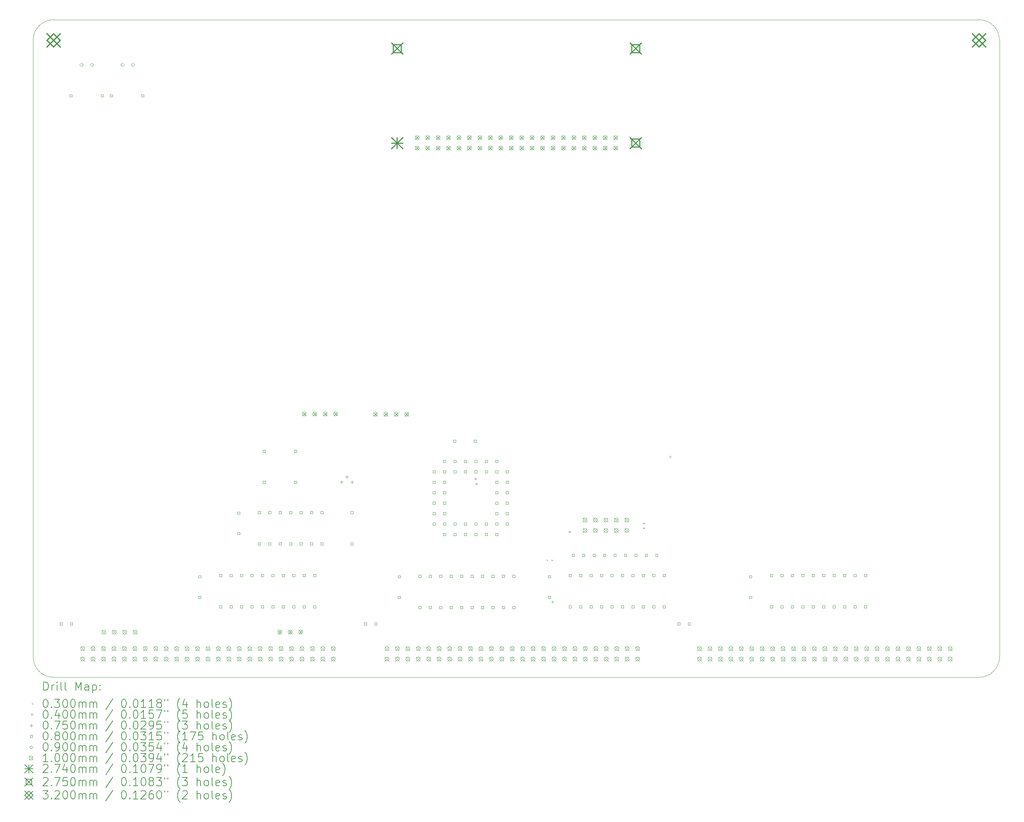
<source format=gbr>
%TF.GenerationSoftware,KiCad,Pcbnew,(6.0.11)*%
%TF.CreationDate,2023-10-14T11:53:00-04:00*%
%TF.ProjectId,input-output.SelfHost,696e7075-742d-46f7-9574-7075742e5365,rev?*%
%TF.SameCoordinates,Original*%
%TF.FileFunction,Drillmap*%
%TF.FilePolarity,Positive*%
%FSLAX45Y45*%
G04 Gerber Fmt 4.5, Leading zero omitted, Abs format (unit mm)*
G04 Created by KiCad (PCBNEW (6.0.11)) date 2023-10-14 11:53:00*
%MOMM*%
%LPD*%
G01*
G04 APERTURE LIST*
%ADD10C,0.050000*%
%ADD11C,0.200000*%
%ADD12C,0.030000*%
%ADD13C,0.040000*%
%ADD14C,0.075000*%
%ADD15C,0.080000*%
%ADD16C,0.090000*%
%ADD17C,0.100000*%
%ADD18C,0.274000*%
%ADD19C,0.275000*%
%ADD20C,0.320000*%
G04 APERTURE END LIST*
D10*
X3500000Y-7500000D02*
X3500000Y-22500000D01*
X4000000Y-23000000D02*
X26500000Y-23000000D01*
X27000000Y-22500000D02*
X27000000Y-7500000D01*
X26500000Y-7000000D02*
X4000000Y-7000000D01*
X27000000Y-7500000D02*
G75*
G03*
X26500000Y-7000000I-500000J0D01*
G01*
X3500000Y-22500000D02*
G75*
G03*
X4000000Y-23000000I500000J0D01*
G01*
X4000000Y-7000000D02*
G75*
G03*
X3500000Y-7500000I0J-500000D01*
G01*
X26500000Y-23000000D02*
G75*
G03*
X27000000Y-22500000I0J500000D01*
G01*
D11*
D12*
X15985000Y-20135000D02*
X16015000Y-20165000D01*
X16015000Y-20135000D02*
X15985000Y-20165000D01*
X16105000Y-20135000D02*
X16135000Y-20165000D01*
X16135000Y-20135000D02*
X16105000Y-20165000D01*
X18335000Y-19235000D02*
X18365000Y-19265000D01*
X18365000Y-19235000D02*
X18335000Y-19265000D01*
X18335000Y-19355000D02*
X18365000Y-19385000D01*
X18365000Y-19355000D02*
X18335000Y-19385000D01*
D13*
X14280030Y-18173150D02*
G75*
G03*
X14280030Y-18173150I-20000J0D01*
G01*
X14302680Y-18298420D02*
G75*
G03*
X14302680Y-18298420I-20000J0D01*
G01*
X16153610Y-21167470D02*
G75*
G03*
X16153610Y-21167470I-20000J0D01*
G01*
X16569800Y-19463640D02*
G75*
G03*
X16569800Y-19463640I-20000J0D01*
G01*
X19013230Y-17637630D02*
G75*
G03*
X19013230Y-17637630I-20000J0D01*
G01*
D14*
X11000000Y-18212500D02*
X11000000Y-18287500D01*
X10962500Y-18250000D02*
X11037500Y-18250000D01*
X11127000Y-18085500D02*
X11127000Y-18160500D01*
X11089500Y-18123000D02*
X11164500Y-18123000D01*
X11254000Y-18212500D02*
X11254000Y-18287500D01*
X11216500Y-18250000D02*
X11291500Y-18250000D01*
D15*
X4207775Y-21728285D02*
X4207775Y-21671716D01*
X4151205Y-21671716D01*
X4151205Y-21728285D01*
X4207775Y-21728285D01*
X4447285Y-8878285D02*
X4447285Y-8821716D01*
X4390716Y-8821716D01*
X4390716Y-8878285D01*
X4447285Y-8878285D01*
X4457775Y-21728285D02*
X4457775Y-21671716D01*
X4401206Y-21671716D01*
X4401206Y-21728285D01*
X4457775Y-21728285D01*
X5209285Y-8878285D02*
X5209285Y-8821716D01*
X5152716Y-8821716D01*
X5152716Y-8878285D01*
X5209285Y-8878285D01*
X5428285Y-8878285D02*
X5428285Y-8821716D01*
X5371716Y-8821716D01*
X5371716Y-8878285D01*
X5428285Y-8878285D01*
X6190284Y-8878285D02*
X6190284Y-8821716D01*
X6133715Y-8821716D01*
X6133715Y-8878285D01*
X6190284Y-8878285D01*
X7578284Y-20578285D02*
X7578284Y-20521716D01*
X7521715Y-20521716D01*
X7521715Y-20578285D01*
X7578284Y-20578285D01*
X7578284Y-21078285D02*
X7578284Y-21021716D01*
X7521715Y-21021716D01*
X7521715Y-21078285D01*
X7578284Y-21078285D01*
X8085784Y-20546285D02*
X8085784Y-20489716D01*
X8029215Y-20489716D01*
X8029215Y-20546285D01*
X8085784Y-20546285D01*
X8085784Y-21308285D02*
X8085784Y-21251716D01*
X8029215Y-21251716D01*
X8029215Y-21308285D01*
X8085784Y-21308285D01*
X8339784Y-20546285D02*
X8339784Y-20489716D01*
X8283215Y-20489716D01*
X8283215Y-20546285D01*
X8339784Y-20546285D01*
X8339784Y-21308285D02*
X8339784Y-21251716D01*
X8283215Y-21251716D01*
X8283215Y-21308285D01*
X8339784Y-21308285D01*
X8528285Y-19028285D02*
X8528285Y-18971716D01*
X8471716Y-18971716D01*
X8471716Y-19028285D01*
X8528285Y-19028285D01*
X8528285Y-19528285D02*
X8528285Y-19471716D01*
X8471716Y-19471716D01*
X8471716Y-19528285D01*
X8528285Y-19528285D01*
X8593785Y-20546285D02*
X8593785Y-20489716D01*
X8537216Y-20489716D01*
X8537216Y-20546285D01*
X8593785Y-20546285D01*
X8593785Y-21308285D02*
X8593785Y-21251716D01*
X8537216Y-21251716D01*
X8537216Y-21308285D01*
X8593785Y-21308285D01*
X8847785Y-20546285D02*
X8847785Y-20489716D01*
X8791216Y-20489716D01*
X8791216Y-20546285D01*
X8847785Y-20546285D01*
X8847785Y-21308285D02*
X8847785Y-21251716D01*
X8791216Y-21251716D01*
X8791216Y-21308285D01*
X8847785Y-21308285D01*
X9028285Y-19016285D02*
X9028285Y-18959716D01*
X8971716Y-18959716D01*
X8971716Y-19016285D01*
X9028285Y-19016285D01*
X9028285Y-19778285D02*
X9028285Y-19721716D01*
X8971716Y-19721716D01*
X8971716Y-19778285D01*
X9028285Y-19778285D01*
X9101785Y-20546285D02*
X9101785Y-20489716D01*
X9045216Y-20489716D01*
X9045216Y-20546285D01*
X9101785Y-20546285D01*
X9101785Y-21308285D02*
X9101785Y-21251716D01*
X9045216Y-21251716D01*
X9045216Y-21308285D01*
X9101785Y-21308285D01*
X9147285Y-17528285D02*
X9147285Y-17471716D01*
X9090716Y-17471716D01*
X9090716Y-17528285D01*
X9147285Y-17528285D01*
X9147285Y-18278285D02*
X9147285Y-18221716D01*
X9090716Y-18221716D01*
X9090716Y-18278285D01*
X9147285Y-18278285D01*
X9282285Y-19016285D02*
X9282285Y-18959716D01*
X9225716Y-18959716D01*
X9225716Y-19016285D01*
X9282285Y-19016285D01*
X9282285Y-19778285D02*
X9282285Y-19721716D01*
X9225716Y-19721716D01*
X9225716Y-19778285D01*
X9282285Y-19778285D01*
X9355785Y-20546285D02*
X9355785Y-20489716D01*
X9299216Y-20489716D01*
X9299216Y-20546285D01*
X9355785Y-20546285D01*
X9355785Y-21308285D02*
X9355785Y-21251716D01*
X9299216Y-21251716D01*
X9299216Y-21308285D01*
X9355785Y-21308285D01*
X9536285Y-19016285D02*
X9536285Y-18959716D01*
X9479716Y-18959716D01*
X9479716Y-19016285D01*
X9536285Y-19016285D01*
X9536285Y-19778285D02*
X9536285Y-19721716D01*
X9479716Y-19721716D01*
X9479716Y-19778285D01*
X9536285Y-19778285D01*
X9609785Y-20546285D02*
X9609785Y-20489716D01*
X9553216Y-20489716D01*
X9553216Y-20546285D01*
X9609785Y-20546285D01*
X9609785Y-21308285D02*
X9609785Y-21251716D01*
X9553216Y-21251716D01*
X9553216Y-21308285D01*
X9609785Y-21308285D01*
X9790285Y-19016285D02*
X9790285Y-18959716D01*
X9733716Y-18959716D01*
X9733716Y-19016285D01*
X9790285Y-19016285D01*
X9790285Y-19778285D02*
X9790285Y-19721716D01*
X9733716Y-19721716D01*
X9733716Y-19778285D01*
X9790285Y-19778285D01*
X9863785Y-20546285D02*
X9863785Y-20489716D01*
X9807216Y-20489716D01*
X9807216Y-20546285D01*
X9863785Y-20546285D01*
X9863785Y-21308285D02*
X9863785Y-21251716D01*
X9807216Y-21251716D01*
X9807216Y-21308285D01*
X9863785Y-21308285D01*
X9909285Y-17528285D02*
X9909285Y-17471716D01*
X9852716Y-17471716D01*
X9852716Y-17528285D01*
X9909285Y-17528285D01*
X9909285Y-18278285D02*
X9909285Y-18221716D01*
X9852716Y-18221716D01*
X9852716Y-18278285D01*
X9909285Y-18278285D01*
X10044285Y-19016285D02*
X10044285Y-18959716D01*
X9987716Y-18959716D01*
X9987716Y-19016285D01*
X10044285Y-19016285D01*
X10044285Y-19778285D02*
X10044285Y-19721716D01*
X9987716Y-19721716D01*
X9987716Y-19778285D01*
X10044285Y-19778285D01*
X10117785Y-20546285D02*
X10117785Y-20489716D01*
X10061216Y-20489716D01*
X10061216Y-20546285D01*
X10117785Y-20546285D01*
X10117785Y-21308285D02*
X10117785Y-21251716D01*
X10061216Y-21251716D01*
X10061216Y-21308285D01*
X10117785Y-21308285D01*
X10298285Y-19016285D02*
X10298285Y-18959716D01*
X10241716Y-18959716D01*
X10241716Y-19016285D01*
X10298285Y-19016285D01*
X10298285Y-19778285D02*
X10298285Y-19721716D01*
X10241716Y-19721716D01*
X10241716Y-19778285D01*
X10298285Y-19778285D01*
X10371785Y-20546285D02*
X10371785Y-20489716D01*
X10315216Y-20489716D01*
X10315216Y-20546285D01*
X10371785Y-20546285D01*
X10371785Y-21308285D02*
X10371785Y-21251716D01*
X10315216Y-21251716D01*
X10315216Y-21308285D01*
X10371785Y-21308285D01*
X10552285Y-19016285D02*
X10552285Y-18959716D01*
X10495716Y-18959716D01*
X10495716Y-19016285D01*
X10552285Y-19016285D01*
X10552285Y-19778285D02*
X10552285Y-19721716D01*
X10495716Y-19721716D01*
X10495716Y-19778285D01*
X10552285Y-19778285D01*
X11278284Y-19016285D02*
X11278284Y-18959716D01*
X11221715Y-18959716D01*
X11221715Y-19016285D01*
X11278284Y-19016285D01*
X11278284Y-19778285D02*
X11278284Y-19721716D01*
X11221715Y-19721716D01*
X11221715Y-19778285D01*
X11278284Y-19778285D01*
X11607774Y-21728285D02*
X11607774Y-21671716D01*
X11551205Y-21671716D01*
X11551205Y-21728285D01*
X11607774Y-21728285D01*
X11857774Y-21728285D02*
X11857774Y-21671716D01*
X11801205Y-21671716D01*
X11801205Y-21728285D01*
X11857774Y-21728285D01*
X12428284Y-20578285D02*
X12428284Y-20521716D01*
X12371715Y-20521716D01*
X12371715Y-20578285D01*
X12428284Y-20578285D01*
X12428284Y-21078285D02*
X12428284Y-21021716D01*
X12371715Y-21021716D01*
X12371715Y-21078285D01*
X12428284Y-21078285D01*
X12928284Y-20566285D02*
X12928284Y-20509716D01*
X12871715Y-20509716D01*
X12871715Y-20566285D01*
X12928284Y-20566285D01*
X12928284Y-21328285D02*
X12928284Y-21271716D01*
X12871715Y-21271716D01*
X12871715Y-21328285D01*
X12928284Y-21328285D01*
X13182284Y-20566285D02*
X13182284Y-20509716D01*
X13125715Y-20509716D01*
X13125715Y-20566285D01*
X13182284Y-20566285D01*
X13182284Y-21328285D02*
X13182284Y-21271716D01*
X13125715Y-21271716D01*
X13125715Y-21328285D01*
X13182284Y-21328285D01*
X13274284Y-18024285D02*
X13274284Y-17967716D01*
X13217715Y-17967716D01*
X13217715Y-18024285D01*
X13274284Y-18024285D01*
X13274284Y-18278285D02*
X13274284Y-18221716D01*
X13217715Y-18221716D01*
X13217715Y-18278285D01*
X13274284Y-18278285D01*
X13274284Y-18532285D02*
X13274284Y-18475716D01*
X13217715Y-18475716D01*
X13217715Y-18532285D01*
X13274284Y-18532285D01*
X13274284Y-18786285D02*
X13274284Y-18729716D01*
X13217715Y-18729716D01*
X13217715Y-18786285D01*
X13274284Y-18786285D01*
X13274284Y-19040285D02*
X13274284Y-18983716D01*
X13217715Y-18983716D01*
X13217715Y-19040285D01*
X13274284Y-19040285D01*
X13274284Y-19294285D02*
X13274284Y-19237716D01*
X13217715Y-19237716D01*
X13217715Y-19294285D01*
X13274284Y-19294285D01*
X13436284Y-20566285D02*
X13436284Y-20509716D01*
X13379715Y-20509716D01*
X13379715Y-20566285D01*
X13436284Y-20566285D01*
X13436284Y-21328285D02*
X13436284Y-21271716D01*
X13379715Y-21271716D01*
X13379715Y-21328285D01*
X13436284Y-21328285D01*
X13528284Y-17770285D02*
X13528284Y-17713716D01*
X13471715Y-17713716D01*
X13471715Y-17770285D01*
X13528284Y-17770285D01*
X13528284Y-18024285D02*
X13528284Y-17967716D01*
X13471715Y-17967716D01*
X13471715Y-18024285D01*
X13528284Y-18024285D01*
X13528284Y-18278285D02*
X13528284Y-18221716D01*
X13471715Y-18221716D01*
X13471715Y-18278285D01*
X13528284Y-18278285D01*
X13528284Y-18532285D02*
X13528284Y-18475716D01*
X13471715Y-18475716D01*
X13471715Y-18532285D01*
X13528284Y-18532285D01*
X13528284Y-18786285D02*
X13528284Y-18729716D01*
X13471715Y-18729716D01*
X13471715Y-18786285D01*
X13528284Y-18786285D01*
X13528284Y-19040285D02*
X13528284Y-18983716D01*
X13471715Y-18983716D01*
X13471715Y-19040285D01*
X13528284Y-19040285D01*
X13528284Y-19294285D02*
X13528284Y-19237716D01*
X13471715Y-19237716D01*
X13471715Y-19294285D01*
X13528284Y-19294285D01*
X13528284Y-19548285D02*
X13528284Y-19491716D01*
X13471715Y-19491716D01*
X13471715Y-19548285D01*
X13528284Y-19548285D01*
X13690284Y-20566285D02*
X13690284Y-20509716D01*
X13633715Y-20509716D01*
X13633715Y-20566285D01*
X13690284Y-20566285D01*
X13690284Y-21328285D02*
X13690284Y-21271716D01*
X13633715Y-21271716D01*
X13633715Y-21328285D01*
X13690284Y-21328285D01*
X13778284Y-17278285D02*
X13778284Y-17221716D01*
X13721715Y-17221716D01*
X13721715Y-17278285D01*
X13778284Y-17278285D01*
X13782284Y-17770285D02*
X13782284Y-17713716D01*
X13725715Y-17713716D01*
X13725715Y-17770285D01*
X13782284Y-17770285D01*
X13782284Y-18024285D02*
X13782284Y-17967716D01*
X13725715Y-17967716D01*
X13725715Y-18024285D01*
X13782284Y-18024285D01*
X13782284Y-19294285D02*
X13782284Y-19237716D01*
X13725715Y-19237716D01*
X13725715Y-19294285D01*
X13782284Y-19294285D01*
X13782284Y-19548285D02*
X13782284Y-19491716D01*
X13725715Y-19491716D01*
X13725715Y-19548285D01*
X13782284Y-19548285D01*
X13944284Y-20566285D02*
X13944284Y-20509716D01*
X13887715Y-20509716D01*
X13887715Y-20566285D01*
X13944284Y-20566285D01*
X13944284Y-21328285D02*
X13944284Y-21271716D01*
X13887715Y-21271716D01*
X13887715Y-21328285D01*
X13944284Y-21328285D01*
X14036284Y-17770285D02*
X14036284Y-17713716D01*
X13979715Y-17713716D01*
X13979715Y-17770285D01*
X14036284Y-17770285D01*
X14036284Y-18024285D02*
X14036284Y-17967716D01*
X13979715Y-17967716D01*
X13979715Y-18024285D01*
X14036284Y-18024285D01*
X14036284Y-19294285D02*
X14036284Y-19237716D01*
X13979715Y-19237716D01*
X13979715Y-19294285D01*
X14036284Y-19294285D01*
X14036284Y-19548285D02*
X14036284Y-19491716D01*
X13979715Y-19491716D01*
X13979715Y-19548285D01*
X14036284Y-19548285D01*
X14198284Y-20566285D02*
X14198284Y-20509716D01*
X14141715Y-20509716D01*
X14141715Y-20566285D01*
X14198284Y-20566285D01*
X14198284Y-21328285D02*
X14198284Y-21271716D01*
X14141715Y-21271716D01*
X14141715Y-21328285D01*
X14198284Y-21328285D01*
X14278284Y-17278285D02*
X14278284Y-17221716D01*
X14221715Y-17221716D01*
X14221715Y-17278285D01*
X14278284Y-17278285D01*
X14290284Y-17770285D02*
X14290284Y-17713716D01*
X14233715Y-17713716D01*
X14233715Y-17770285D01*
X14290284Y-17770285D01*
X14290284Y-18024285D02*
X14290284Y-17967716D01*
X14233715Y-17967716D01*
X14233715Y-18024285D01*
X14290284Y-18024285D01*
X14290284Y-19294285D02*
X14290284Y-19237716D01*
X14233715Y-19237716D01*
X14233715Y-19294285D01*
X14290284Y-19294285D01*
X14290284Y-19548285D02*
X14290284Y-19491716D01*
X14233715Y-19491716D01*
X14233715Y-19548285D01*
X14290284Y-19548285D01*
X14452284Y-20566285D02*
X14452284Y-20509716D01*
X14395715Y-20509716D01*
X14395715Y-20566285D01*
X14452284Y-20566285D01*
X14452284Y-21328285D02*
X14452284Y-21271716D01*
X14395715Y-21271716D01*
X14395715Y-21328285D01*
X14452284Y-21328285D01*
X14544284Y-17770285D02*
X14544284Y-17713716D01*
X14487715Y-17713716D01*
X14487715Y-17770285D01*
X14544284Y-17770285D01*
X14544284Y-18024285D02*
X14544284Y-17967716D01*
X14487715Y-17967716D01*
X14487715Y-18024285D01*
X14544284Y-18024285D01*
X14544284Y-19294285D02*
X14544284Y-19237716D01*
X14487715Y-19237716D01*
X14487715Y-19294285D01*
X14544284Y-19294285D01*
X14544284Y-19548285D02*
X14544284Y-19491716D01*
X14487715Y-19491716D01*
X14487715Y-19548285D01*
X14544284Y-19548285D01*
X14706284Y-20566285D02*
X14706284Y-20509716D01*
X14649715Y-20509716D01*
X14649715Y-20566285D01*
X14706284Y-20566285D01*
X14706284Y-21328285D02*
X14706284Y-21271716D01*
X14649715Y-21271716D01*
X14649715Y-21328285D01*
X14706284Y-21328285D01*
X14798284Y-17770285D02*
X14798284Y-17713716D01*
X14741715Y-17713716D01*
X14741715Y-17770285D01*
X14798284Y-17770285D01*
X14798284Y-18024285D02*
X14798284Y-17967716D01*
X14741715Y-17967716D01*
X14741715Y-18024285D01*
X14798284Y-18024285D01*
X14798284Y-18278285D02*
X14798284Y-18221716D01*
X14741715Y-18221716D01*
X14741715Y-18278285D01*
X14798284Y-18278285D01*
X14798284Y-18532285D02*
X14798284Y-18475716D01*
X14741715Y-18475716D01*
X14741715Y-18532285D01*
X14798284Y-18532285D01*
X14798284Y-18786285D02*
X14798284Y-18729716D01*
X14741715Y-18729716D01*
X14741715Y-18786285D01*
X14798284Y-18786285D01*
X14798284Y-19040285D02*
X14798284Y-18983716D01*
X14741715Y-18983716D01*
X14741715Y-19040285D01*
X14798284Y-19040285D01*
X14798284Y-19294285D02*
X14798284Y-19237716D01*
X14741715Y-19237716D01*
X14741715Y-19294285D01*
X14798284Y-19294285D01*
X14798284Y-19548285D02*
X14798284Y-19491716D01*
X14741715Y-19491716D01*
X14741715Y-19548285D01*
X14798284Y-19548285D01*
X14960284Y-20566285D02*
X14960284Y-20509716D01*
X14903715Y-20509716D01*
X14903715Y-20566285D01*
X14960284Y-20566285D01*
X14960284Y-21328285D02*
X14960284Y-21271716D01*
X14903715Y-21271716D01*
X14903715Y-21328285D01*
X14960284Y-21328285D01*
X15052284Y-18024285D02*
X15052284Y-17967716D01*
X14995715Y-17967716D01*
X14995715Y-18024285D01*
X15052284Y-18024285D01*
X15052284Y-18278285D02*
X15052284Y-18221716D01*
X14995715Y-18221716D01*
X14995715Y-18278285D01*
X15052284Y-18278285D01*
X15052284Y-18532285D02*
X15052284Y-18475716D01*
X14995715Y-18475716D01*
X14995715Y-18532285D01*
X15052284Y-18532285D01*
X15052284Y-18786285D02*
X15052284Y-18729716D01*
X14995715Y-18729716D01*
X14995715Y-18786285D01*
X15052284Y-18786285D01*
X15052284Y-19040285D02*
X15052284Y-18983716D01*
X14995715Y-18983716D01*
X14995715Y-19040285D01*
X15052284Y-19040285D01*
X15052284Y-19294285D02*
X15052284Y-19237716D01*
X14995715Y-19237716D01*
X14995715Y-19294285D01*
X15052284Y-19294285D01*
X15214284Y-20566285D02*
X15214284Y-20509716D01*
X15157715Y-20509716D01*
X15157715Y-20566285D01*
X15214284Y-20566285D01*
X15214284Y-21328285D02*
X15214284Y-21271716D01*
X15157715Y-21271716D01*
X15157715Y-21328285D01*
X15214284Y-21328285D01*
X16078284Y-20578285D02*
X16078284Y-20521716D01*
X16021715Y-20521716D01*
X16021715Y-20578285D01*
X16078284Y-20578285D01*
X16078284Y-21078285D02*
X16078284Y-21021716D01*
X16021715Y-21021716D01*
X16021715Y-21078285D01*
X16078284Y-21078285D01*
X16585784Y-20546285D02*
X16585784Y-20489716D01*
X16529215Y-20489716D01*
X16529215Y-20546285D01*
X16585784Y-20546285D01*
X16585784Y-21308285D02*
X16585784Y-21251716D01*
X16529215Y-21251716D01*
X16529215Y-21308285D01*
X16585784Y-21308285D01*
X16657784Y-20058785D02*
X16657784Y-20002216D01*
X16601215Y-20002216D01*
X16601215Y-20058785D01*
X16657784Y-20058785D01*
X16839785Y-20546285D02*
X16839785Y-20489716D01*
X16783216Y-20489716D01*
X16783216Y-20546285D01*
X16839785Y-20546285D01*
X16839785Y-21308285D02*
X16839785Y-21251716D01*
X16783216Y-21251716D01*
X16783216Y-21308285D01*
X16839785Y-21308285D01*
X16911785Y-20058785D02*
X16911785Y-20002216D01*
X16855216Y-20002216D01*
X16855216Y-20058785D01*
X16911785Y-20058785D01*
X17093785Y-20546285D02*
X17093785Y-20489716D01*
X17037216Y-20489716D01*
X17037216Y-20546285D01*
X17093785Y-20546285D01*
X17093785Y-21308285D02*
X17093785Y-21251716D01*
X17037216Y-21251716D01*
X17037216Y-21308285D01*
X17093785Y-21308285D01*
X17165785Y-20058785D02*
X17165785Y-20002216D01*
X17109216Y-20002216D01*
X17109216Y-20058785D01*
X17165785Y-20058785D01*
X17347785Y-20546285D02*
X17347785Y-20489716D01*
X17291216Y-20489716D01*
X17291216Y-20546285D01*
X17347785Y-20546285D01*
X17347785Y-21308285D02*
X17347785Y-21251716D01*
X17291216Y-21251716D01*
X17291216Y-21308285D01*
X17347785Y-21308285D01*
X17419785Y-20058785D02*
X17419785Y-20002216D01*
X17363216Y-20002216D01*
X17363216Y-20058785D01*
X17419785Y-20058785D01*
X17601785Y-20546285D02*
X17601785Y-20489716D01*
X17545216Y-20489716D01*
X17545216Y-20546285D01*
X17601785Y-20546285D01*
X17601785Y-21308285D02*
X17601785Y-21251716D01*
X17545216Y-21251716D01*
X17545216Y-21308285D01*
X17601785Y-21308285D01*
X17673785Y-20058785D02*
X17673785Y-20002216D01*
X17617216Y-20002216D01*
X17617216Y-20058785D01*
X17673785Y-20058785D01*
X17855785Y-20546285D02*
X17855785Y-20489716D01*
X17799216Y-20489716D01*
X17799216Y-20546285D01*
X17855785Y-20546285D01*
X17855785Y-21308285D02*
X17855785Y-21251716D01*
X17799216Y-21251716D01*
X17799216Y-21308285D01*
X17855785Y-21308285D01*
X17927785Y-20058785D02*
X17927785Y-20002216D01*
X17871216Y-20002216D01*
X17871216Y-20058785D01*
X17927785Y-20058785D01*
X18109785Y-20546285D02*
X18109785Y-20489716D01*
X18053216Y-20489716D01*
X18053216Y-20546285D01*
X18109785Y-20546285D01*
X18109785Y-21308285D02*
X18109785Y-21251716D01*
X18053216Y-21251716D01*
X18053216Y-21308285D01*
X18109785Y-21308285D01*
X18181785Y-20058785D02*
X18181785Y-20002216D01*
X18125216Y-20002216D01*
X18125216Y-20058785D01*
X18181785Y-20058785D01*
X18363785Y-20546285D02*
X18363785Y-20489716D01*
X18307216Y-20489716D01*
X18307216Y-20546285D01*
X18363785Y-20546285D01*
X18363785Y-21308285D02*
X18363785Y-21251716D01*
X18307216Y-21251716D01*
X18307216Y-21308285D01*
X18363785Y-21308285D01*
X18435785Y-20058785D02*
X18435785Y-20002216D01*
X18379216Y-20002216D01*
X18379216Y-20058785D01*
X18435785Y-20058785D01*
X18617785Y-20546285D02*
X18617785Y-20489716D01*
X18561216Y-20489716D01*
X18561216Y-20546285D01*
X18617785Y-20546285D01*
X18617785Y-21308285D02*
X18617785Y-21251716D01*
X18561216Y-21251716D01*
X18561216Y-21308285D01*
X18617785Y-21308285D01*
X18689785Y-20058785D02*
X18689785Y-20002216D01*
X18633216Y-20002216D01*
X18633216Y-20058785D01*
X18689785Y-20058785D01*
X18871785Y-20546285D02*
X18871785Y-20489716D01*
X18815216Y-20489716D01*
X18815216Y-20546285D01*
X18871785Y-20546285D01*
X18871785Y-21308285D02*
X18871785Y-21251716D01*
X18815216Y-21251716D01*
X18815216Y-21308285D01*
X18871785Y-21308285D01*
X19228285Y-21728285D02*
X19228285Y-21671716D01*
X19171716Y-21671716D01*
X19171716Y-21728285D01*
X19228285Y-21728285D01*
X19478285Y-21728285D02*
X19478285Y-21671716D01*
X19421716Y-21671716D01*
X19421716Y-21728285D01*
X19478285Y-21728285D01*
X20970785Y-20578285D02*
X20970785Y-20521716D01*
X20914216Y-20521716D01*
X20914216Y-20578285D01*
X20970785Y-20578285D01*
X20970785Y-21078285D02*
X20970785Y-21021716D01*
X20914216Y-21021716D01*
X20914216Y-21078285D01*
X20970785Y-21078285D01*
X21478285Y-20546285D02*
X21478285Y-20489716D01*
X21421716Y-20489716D01*
X21421716Y-20546285D01*
X21478285Y-20546285D01*
X21478285Y-21308285D02*
X21478285Y-21251716D01*
X21421716Y-21251716D01*
X21421716Y-21308285D01*
X21478285Y-21308285D01*
X21732285Y-20546285D02*
X21732285Y-20489716D01*
X21675716Y-20489716D01*
X21675716Y-20546285D01*
X21732285Y-20546285D01*
X21732285Y-21308285D02*
X21732285Y-21251716D01*
X21675716Y-21251716D01*
X21675716Y-21308285D01*
X21732285Y-21308285D01*
X21986285Y-20546285D02*
X21986285Y-20489716D01*
X21929716Y-20489716D01*
X21929716Y-20546285D01*
X21986285Y-20546285D01*
X21986285Y-21308285D02*
X21986285Y-21251716D01*
X21929716Y-21251716D01*
X21929716Y-21308285D01*
X21986285Y-21308285D01*
X22240285Y-20546285D02*
X22240285Y-20489716D01*
X22183716Y-20489716D01*
X22183716Y-20546285D01*
X22240285Y-20546285D01*
X22240285Y-21308285D02*
X22240285Y-21251716D01*
X22183716Y-21251716D01*
X22183716Y-21308285D01*
X22240285Y-21308285D01*
X22494284Y-20546285D02*
X22494284Y-20489716D01*
X22437715Y-20489716D01*
X22437715Y-20546285D01*
X22494284Y-20546285D01*
X22494284Y-21308285D02*
X22494284Y-21251716D01*
X22437715Y-21251716D01*
X22437715Y-21308285D01*
X22494284Y-21308285D01*
X22748284Y-20546285D02*
X22748284Y-20489716D01*
X22691715Y-20489716D01*
X22691715Y-20546285D01*
X22748284Y-20546285D01*
X22748284Y-21308285D02*
X22748284Y-21251716D01*
X22691715Y-21251716D01*
X22691715Y-21308285D01*
X22748284Y-21308285D01*
X23002284Y-20546285D02*
X23002284Y-20489716D01*
X22945715Y-20489716D01*
X22945715Y-20546285D01*
X23002284Y-20546285D01*
X23002284Y-21308285D02*
X23002284Y-21251716D01*
X22945715Y-21251716D01*
X22945715Y-21308285D01*
X23002284Y-21308285D01*
X23256284Y-20546285D02*
X23256284Y-20489716D01*
X23199715Y-20489716D01*
X23199715Y-20546285D01*
X23256284Y-20546285D01*
X23256284Y-21308285D02*
X23256284Y-21251716D01*
X23199715Y-21251716D01*
X23199715Y-21308285D01*
X23256284Y-21308285D01*
X23510284Y-20546285D02*
X23510284Y-20489716D01*
X23453715Y-20489716D01*
X23453715Y-20546285D01*
X23510284Y-20546285D01*
X23510284Y-21308285D02*
X23510284Y-21251716D01*
X23453715Y-21251716D01*
X23453715Y-21308285D01*
X23510284Y-21308285D01*
X23764284Y-20546285D02*
X23764284Y-20489716D01*
X23707715Y-20489716D01*
X23707715Y-20546285D01*
X23764284Y-20546285D01*
X23764284Y-21308285D02*
X23764284Y-21251716D01*
X23707715Y-21251716D01*
X23707715Y-21308285D01*
X23764284Y-21308285D01*
D16*
X4671000Y-8140000D02*
X4716000Y-8095000D01*
X4671000Y-8050000D01*
X4626000Y-8095000D01*
X4671000Y-8140000D01*
X4925000Y-8140000D02*
X4970000Y-8095000D01*
X4925000Y-8050000D01*
X4880000Y-8095000D01*
X4925000Y-8140000D01*
X5671000Y-8140000D02*
X5716000Y-8095000D01*
X5671000Y-8050000D01*
X5626000Y-8095000D01*
X5671000Y-8140000D01*
X5925000Y-8140000D02*
X5970000Y-8095000D01*
X5925000Y-8050000D01*
X5880000Y-8095000D01*
X5925000Y-8140000D01*
D17*
X4654000Y-22250000D02*
X4754000Y-22350000D01*
X4754000Y-22250000D02*
X4654000Y-22350000D01*
X4754000Y-22300000D02*
G75*
G03*
X4754000Y-22300000I-50000J0D01*
G01*
X4654000Y-22504000D02*
X4754000Y-22604000D01*
X4754000Y-22504000D02*
X4654000Y-22604000D01*
X4754000Y-22554000D02*
G75*
G03*
X4754000Y-22554000I-50000J0D01*
G01*
X4908000Y-22250000D02*
X5008000Y-22350000D01*
X5008000Y-22250000D02*
X4908000Y-22350000D01*
X5008000Y-22300000D02*
G75*
G03*
X5008000Y-22300000I-50000J0D01*
G01*
X4908000Y-22504000D02*
X5008000Y-22604000D01*
X5008000Y-22504000D02*
X4908000Y-22604000D01*
X5008000Y-22554000D02*
G75*
G03*
X5008000Y-22554000I-50000J0D01*
G01*
X5162000Y-22250000D02*
X5262000Y-22350000D01*
X5262000Y-22250000D02*
X5162000Y-22350000D01*
X5262000Y-22300000D02*
G75*
G03*
X5262000Y-22300000I-50000J0D01*
G01*
X5162000Y-22504000D02*
X5262000Y-22604000D01*
X5262000Y-22504000D02*
X5162000Y-22604000D01*
X5262000Y-22554000D02*
G75*
G03*
X5262000Y-22554000I-50000J0D01*
G01*
X5170000Y-21850000D02*
X5270000Y-21950000D01*
X5270000Y-21850000D02*
X5170000Y-21950000D01*
X5270000Y-21900000D02*
G75*
G03*
X5270000Y-21900000I-50000J0D01*
G01*
X5416000Y-22250000D02*
X5516000Y-22350000D01*
X5516000Y-22250000D02*
X5416000Y-22350000D01*
X5516000Y-22300000D02*
G75*
G03*
X5516000Y-22300000I-50000J0D01*
G01*
X5416000Y-22504000D02*
X5516000Y-22604000D01*
X5516000Y-22504000D02*
X5416000Y-22604000D01*
X5516000Y-22554000D02*
G75*
G03*
X5516000Y-22554000I-50000J0D01*
G01*
X5424000Y-21850000D02*
X5524000Y-21950000D01*
X5524000Y-21850000D02*
X5424000Y-21950000D01*
X5524000Y-21900000D02*
G75*
G03*
X5524000Y-21900000I-50000J0D01*
G01*
X5670000Y-22250000D02*
X5770000Y-22350000D01*
X5770000Y-22250000D02*
X5670000Y-22350000D01*
X5770000Y-22300000D02*
G75*
G03*
X5770000Y-22300000I-50000J0D01*
G01*
X5670000Y-22504000D02*
X5770000Y-22604000D01*
X5770000Y-22504000D02*
X5670000Y-22604000D01*
X5770000Y-22554000D02*
G75*
G03*
X5770000Y-22554000I-50000J0D01*
G01*
X5678000Y-21850000D02*
X5778000Y-21950000D01*
X5778000Y-21850000D02*
X5678000Y-21950000D01*
X5778000Y-21900000D02*
G75*
G03*
X5778000Y-21900000I-50000J0D01*
G01*
X5924000Y-22250000D02*
X6024000Y-22350000D01*
X6024000Y-22250000D02*
X5924000Y-22350000D01*
X6024000Y-22300000D02*
G75*
G03*
X6024000Y-22300000I-50000J0D01*
G01*
X5924000Y-22504000D02*
X6024000Y-22604000D01*
X6024000Y-22504000D02*
X5924000Y-22604000D01*
X6024000Y-22554000D02*
G75*
G03*
X6024000Y-22554000I-50000J0D01*
G01*
X5932000Y-21850000D02*
X6032000Y-21950000D01*
X6032000Y-21850000D02*
X5932000Y-21950000D01*
X6032000Y-21900000D02*
G75*
G03*
X6032000Y-21900000I-50000J0D01*
G01*
X6178000Y-22250000D02*
X6278000Y-22350000D01*
X6278000Y-22250000D02*
X6178000Y-22350000D01*
X6278000Y-22300000D02*
G75*
G03*
X6278000Y-22300000I-50000J0D01*
G01*
X6178000Y-22504000D02*
X6278000Y-22604000D01*
X6278000Y-22504000D02*
X6178000Y-22604000D01*
X6278000Y-22554000D02*
G75*
G03*
X6278000Y-22554000I-50000J0D01*
G01*
X6432000Y-22250000D02*
X6532000Y-22350000D01*
X6532000Y-22250000D02*
X6432000Y-22350000D01*
X6532000Y-22300000D02*
G75*
G03*
X6532000Y-22300000I-50000J0D01*
G01*
X6432000Y-22504000D02*
X6532000Y-22604000D01*
X6532000Y-22504000D02*
X6432000Y-22604000D01*
X6532000Y-22554000D02*
G75*
G03*
X6532000Y-22554000I-50000J0D01*
G01*
X6686000Y-22250000D02*
X6786000Y-22350000D01*
X6786000Y-22250000D02*
X6686000Y-22350000D01*
X6786000Y-22300000D02*
G75*
G03*
X6786000Y-22300000I-50000J0D01*
G01*
X6686000Y-22504000D02*
X6786000Y-22604000D01*
X6786000Y-22504000D02*
X6686000Y-22604000D01*
X6786000Y-22554000D02*
G75*
G03*
X6786000Y-22554000I-50000J0D01*
G01*
X6940000Y-22250000D02*
X7040000Y-22350000D01*
X7040000Y-22250000D02*
X6940000Y-22350000D01*
X7040000Y-22300000D02*
G75*
G03*
X7040000Y-22300000I-50000J0D01*
G01*
X6940000Y-22504000D02*
X7040000Y-22604000D01*
X7040000Y-22504000D02*
X6940000Y-22604000D01*
X7040000Y-22554000D02*
G75*
G03*
X7040000Y-22554000I-50000J0D01*
G01*
X7194000Y-22250000D02*
X7294000Y-22350000D01*
X7294000Y-22250000D02*
X7194000Y-22350000D01*
X7294000Y-22300000D02*
G75*
G03*
X7294000Y-22300000I-50000J0D01*
G01*
X7194000Y-22504000D02*
X7294000Y-22604000D01*
X7294000Y-22504000D02*
X7194000Y-22604000D01*
X7294000Y-22554000D02*
G75*
G03*
X7294000Y-22554000I-50000J0D01*
G01*
X7448000Y-22250000D02*
X7548000Y-22350000D01*
X7548000Y-22250000D02*
X7448000Y-22350000D01*
X7548000Y-22300000D02*
G75*
G03*
X7548000Y-22300000I-50000J0D01*
G01*
X7448000Y-22504000D02*
X7548000Y-22604000D01*
X7548000Y-22504000D02*
X7448000Y-22604000D01*
X7548000Y-22554000D02*
G75*
G03*
X7548000Y-22554000I-50000J0D01*
G01*
X7702000Y-22250000D02*
X7802000Y-22350000D01*
X7802000Y-22250000D02*
X7702000Y-22350000D01*
X7802000Y-22300000D02*
G75*
G03*
X7802000Y-22300000I-50000J0D01*
G01*
X7702000Y-22504000D02*
X7802000Y-22604000D01*
X7802000Y-22504000D02*
X7702000Y-22604000D01*
X7802000Y-22554000D02*
G75*
G03*
X7802000Y-22554000I-50000J0D01*
G01*
X7956000Y-22250000D02*
X8056000Y-22350000D01*
X8056000Y-22250000D02*
X7956000Y-22350000D01*
X8056000Y-22300000D02*
G75*
G03*
X8056000Y-22300000I-50000J0D01*
G01*
X7956000Y-22504000D02*
X8056000Y-22604000D01*
X8056000Y-22504000D02*
X7956000Y-22604000D01*
X8056000Y-22554000D02*
G75*
G03*
X8056000Y-22554000I-50000J0D01*
G01*
X8210000Y-22250000D02*
X8310000Y-22350000D01*
X8310000Y-22250000D02*
X8210000Y-22350000D01*
X8310000Y-22300000D02*
G75*
G03*
X8310000Y-22300000I-50000J0D01*
G01*
X8210000Y-22504000D02*
X8310000Y-22604000D01*
X8310000Y-22504000D02*
X8210000Y-22604000D01*
X8310000Y-22554000D02*
G75*
G03*
X8310000Y-22554000I-50000J0D01*
G01*
X8464000Y-22250000D02*
X8564000Y-22350000D01*
X8564000Y-22250000D02*
X8464000Y-22350000D01*
X8564000Y-22300000D02*
G75*
G03*
X8564000Y-22300000I-50000J0D01*
G01*
X8464000Y-22504000D02*
X8564000Y-22604000D01*
X8564000Y-22504000D02*
X8464000Y-22604000D01*
X8564000Y-22554000D02*
G75*
G03*
X8564000Y-22554000I-50000J0D01*
G01*
X8718000Y-22250000D02*
X8818000Y-22350000D01*
X8818000Y-22250000D02*
X8718000Y-22350000D01*
X8818000Y-22300000D02*
G75*
G03*
X8818000Y-22300000I-50000J0D01*
G01*
X8718000Y-22504000D02*
X8818000Y-22604000D01*
X8818000Y-22504000D02*
X8718000Y-22604000D01*
X8818000Y-22554000D02*
G75*
G03*
X8818000Y-22554000I-50000J0D01*
G01*
X8972000Y-22250000D02*
X9072000Y-22350000D01*
X9072000Y-22250000D02*
X8972000Y-22350000D01*
X9072000Y-22300000D02*
G75*
G03*
X9072000Y-22300000I-50000J0D01*
G01*
X8972000Y-22504000D02*
X9072000Y-22604000D01*
X9072000Y-22504000D02*
X8972000Y-22604000D01*
X9072000Y-22554000D02*
G75*
G03*
X9072000Y-22554000I-50000J0D01*
G01*
X9226000Y-22250000D02*
X9326000Y-22350000D01*
X9326000Y-22250000D02*
X9226000Y-22350000D01*
X9326000Y-22300000D02*
G75*
G03*
X9326000Y-22300000I-50000J0D01*
G01*
X9226000Y-22504000D02*
X9326000Y-22604000D01*
X9326000Y-22504000D02*
X9226000Y-22604000D01*
X9326000Y-22554000D02*
G75*
G03*
X9326000Y-22554000I-50000J0D01*
G01*
X9447500Y-21850000D02*
X9547500Y-21950000D01*
X9547500Y-21850000D02*
X9447500Y-21950000D01*
X9547500Y-21900000D02*
G75*
G03*
X9547500Y-21900000I-50000J0D01*
G01*
X9480000Y-22250000D02*
X9580000Y-22350000D01*
X9580000Y-22250000D02*
X9480000Y-22350000D01*
X9580000Y-22300000D02*
G75*
G03*
X9580000Y-22300000I-50000J0D01*
G01*
X9480000Y-22504000D02*
X9580000Y-22604000D01*
X9580000Y-22504000D02*
X9480000Y-22604000D01*
X9580000Y-22554000D02*
G75*
G03*
X9580000Y-22554000I-50000J0D01*
G01*
X9701500Y-21850000D02*
X9801500Y-21950000D01*
X9801500Y-21850000D02*
X9701500Y-21950000D01*
X9801500Y-21900000D02*
G75*
G03*
X9801500Y-21900000I-50000J0D01*
G01*
X9734000Y-22250000D02*
X9834000Y-22350000D01*
X9834000Y-22250000D02*
X9734000Y-22350000D01*
X9834000Y-22300000D02*
G75*
G03*
X9834000Y-22300000I-50000J0D01*
G01*
X9734000Y-22504000D02*
X9834000Y-22604000D01*
X9834000Y-22504000D02*
X9734000Y-22604000D01*
X9834000Y-22554000D02*
G75*
G03*
X9834000Y-22554000I-50000J0D01*
G01*
X9955500Y-21850000D02*
X10055500Y-21950000D01*
X10055500Y-21850000D02*
X9955500Y-21950000D01*
X10055500Y-21900000D02*
G75*
G03*
X10055500Y-21900000I-50000J0D01*
G01*
X9988000Y-22250000D02*
X10088000Y-22350000D01*
X10088000Y-22250000D02*
X9988000Y-22350000D01*
X10088000Y-22300000D02*
G75*
G03*
X10088000Y-22300000I-50000J0D01*
G01*
X9988000Y-22504000D02*
X10088000Y-22604000D01*
X10088000Y-22504000D02*
X9988000Y-22604000D01*
X10088000Y-22554000D02*
G75*
G03*
X10088000Y-22554000I-50000J0D01*
G01*
X10042000Y-16543000D02*
X10142000Y-16643000D01*
X10142000Y-16543000D02*
X10042000Y-16643000D01*
X10142000Y-16593000D02*
G75*
G03*
X10142000Y-16593000I-50000J0D01*
G01*
X10242000Y-22250000D02*
X10342000Y-22350000D01*
X10342000Y-22250000D02*
X10242000Y-22350000D01*
X10342000Y-22300000D02*
G75*
G03*
X10342000Y-22300000I-50000J0D01*
G01*
X10242000Y-22504000D02*
X10342000Y-22604000D01*
X10342000Y-22504000D02*
X10242000Y-22604000D01*
X10342000Y-22554000D02*
G75*
G03*
X10342000Y-22554000I-50000J0D01*
G01*
X10296000Y-16543000D02*
X10396000Y-16643000D01*
X10396000Y-16543000D02*
X10296000Y-16643000D01*
X10396000Y-16593000D02*
G75*
G03*
X10396000Y-16593000I-50000J0D01*
G01*
X10496000Y-22250000D02*
X10596000Y-22350000D01*
X10596000Y-22250000D02*
X10496000Y-22350000D01*
X10596000Y-22300000D02*
G75*
G03*
X10596000Y-22300000I-50000J0D01*
G01*
X10496000Y-22504000D02*
X10596000Y-22604000D01*
X10596000Y-22504000D02*
X10496000Y-22604000D01*
X10596000Y-22554000D02*
G75*
G03*
X10596000Y-22554000I-50000J0D01*
G01*
X10550000Y-16543000D02*
X10650000Y-16643000D01*
X10650000Y-16543000D02*
X10550000Y-16643000D01*
X10650000Y-16593000D02*
G75*
G03*
X10650000Y-16593000I-50000J0D01*
G01*
X10750000Y-22250000D02*
X10850000Y-22350000D01*
X10850000Y-22250000D02*
X10750000Y-22350000D01*
X10850000Y-22300000D02*
G75*
G03*
X10850000Y-22300000I-50000J0D01*
G01*
X10750000Y-22504000D02*
X10850000Y-22604000D01*
X10850000Y-22504000D02*
X10750000Y-22604000D01*
X10850000Y-22554000D02*
G75*
G03*
X10850000Y-22554000I-50000J0D01*
G01*
X10804000Y-16543000D02*
X10904000Y-16643000D01*
X10904000Y-16543000D02*
X10804000Y-16643000D01*
X10904000Y-16593000D02*
G75*
G03*
X10904000Y-16593000I-50000J0D01*
G01*
X11770000Y-16550000D02*
X11870000Y-16650000D01*
X11870000Y-16550000D02*
X11770000Y-16650000D01*
X11870000Y-16600000D02*
G75*
G03*
X11870000Y-16600000I-50000J0D01*
G01*
X12024000Y-16550000D02*
X12124000Y-16650000D01*
X12124000Y-16550000D02*
X12024000Y-16650000D01*
X12124000Y-16600000D02*
G75*
G03*
X12124000Y-16600000I-50000J0D01*
G01*
X12054000Y-22250000D02*
X12154000Y-22350000D01*
X12154000Y-22250000D02*
X12054000Y-22350000D01*
X12154000Y-22300000D02*
G75*
G03*
X12154000Y-22300000I-50000J0D01*
G01*
X12054000Y-22504000D02*
X12154000Y-22604000D01*
X12154000Y-22504000D02*
X12054000Y-22604000D01*
X12154000Y-22554000D02*
G75*
G03*
X12154000Y-22554000I-50000J0D01*
G01*
X12278000Y-16550000D02*
X12378000Y-16650000D01*
X12378000Y-16550000D02*
X12278000Y-16650000D01*
X12378000Y-16600000D02*
G75*
G03*
X12378000Y-16600000I-50000J0D01*
G01*
X12308000Y-22250000D02*
X12408000Y-22350000D01*
X12408000Y-22250000D02*
X12308000Y-22350000D01*
X12408000Y-22300000D02*
G75*
G03*
X12408000Y-22300000I-50000J0D01*
G01*
X12308000Y-22504000D02*
X12408000Y-22604000D01*
X12408000Y-22504000D02*
X12308000Y-22604000D01*
X12408000Y-22554000D02*
G75*
G03*
X12408000Y-22554000I-50000J0D01*
G01*
X12532000Y-16550000D02*
X12632000Y-16650000D01*
X12632000Y-16550000D02*
X12532000Y-16650000D01*
X12632000Y-16600000D02*
G75*
G03*
X12632000Y-16600000I-50000J0D01*
G01*
X12562000Y-22250000D02*
X12662000Y-22350000D01*
X12662000Y-22250000D02*
X12562000Y-22350000D01*
X12662000Y-22300000D02*
G75*
G03*
X12662000Y-22300000I-50000J0D01*
G01*
X12562000Y-22504000D02*
X12662000Y-22604000D01*
X12662000Y-22504000D02*
X12562000Y-22604000D01*
X12662000Y-22554000D02*
G75*
G03*
X12662000Y-22554000I-50000J0D01*
G01*
X12789000Y-9820000D02*
X12889000Y-9920000D01*
X12889000Y-9820000D02*
X12789000Y-9920000D01*
X12889000Y-9870000D02*
G75*
G03*
X12889000Y-9870000I-50000J0D01*
G01*
X12789000Y-10074000D02*
X12889000Y-10174000D01*
X12889000Y-10074000D02*
X12789000Y-10174000D01*
X12889000Y-10124000D02*
G75*
G03*
X12889000Y-10124000I-50000J0D01*
G01*
X12816000Y-22250000D02*
X12916000Y-22350000D01*
X12916000Y-22250000D02*
X12816000Y-22350000D01*
X12916000Y-22300000D02*
G75*
G03*
X12916000Y-22300000I-50000J0D01*
G01*
X12816000Y-22504000D02*
X12916000Y-22604000D01*
X12916000Y-22504000D02*
X12816000Y-22604000D01*
X12916000Y-22554000D02*
G75*
G03*
X12916000Y-22554000I-50000J0D01*
G01*
X13043000Y-9820000D02*
X13143000Y-9920000D01*
X13143000Y-9820000D02*
X13043000Y-9920000D01*
X13143000Y-9870000D02*
G75*
G03*
X13143000Y-9870000I-50000J0D01*
G01*
X13043000Y-10074000D02*
X13143000Y-10174000D01*
X13143000Y-10074000D02*
X13043000Y-10174000D01*
X13143000Y-10124000D02*
G75*
G03*
X13143000Y-10124000I-50000J0D01*
G01*
X13070000Y-22250000D02*
X13170000Y-22350000D01*
X13170000Y-22250000D02*
X13070000Y-22350000D01*
X13170000Y-22300000D02*
G75*
G03*
X13170000Y-22300000I-50000J0D01*
G01*
X13070000Y-22504000D02*
X13170000Y-22604000D01*
X13170000Y-22504000D02*
X13070000Y-22604000D01*
X13170000Y-22554000D02*
G75*
G03*
X13170000Y-22554000I-50000J0D01*
G01*
X13297000Y-9820000D02*
X13397000Y-9920000D01*
X13397000Y-9820000D02*
X13297000Y-9920000D01*
X13397000Y-9870000D02*
G75*
G03*
X13397000Y-9870000I-50000J0D01*
G01*
X13297000Y-10074000D02*
X13397000Y-10174000D01*
X13397000Y-10074000D02*
X13297000Y-10174000D01*
X13397000Y-10124000D02*
G75*
G03*
X13397000Y-10124000I-50000J0D01*
G01*
X13324000Y-22250000D02*
X13424000Y-22350000D01*
X13424000Y-22250000D02*
X13324000Y-22350000D01*
X13424000Y-22300000D02*
G75*
G03*
X13424000Y-22300000I-50000J0D01*
G01*
X13324000Y-22504000D02*
X13424000Y-22604000D01*
X13424000Y-22504000D02*
X13324000Y-22604000D01*
X13424000Y-22554000D02*
G75*
G03*
X13424000Y-22554000I-50000J0D01*
G01*
X13551000Y-9820000D02*
X13651000Y-9920000D01*
X13651000Y-9820000D02*
X13551000Y-9920000D01*
X13651000Y-9870000D02*
G75*
G03*
X13651000Y-9870000I-50000J0D01*
G01*
X13551000Y-10074000D02*
X13651000Y-10174000D01*
X13651000Y-10074000D02*
X13551000Y-10174000D01*
X13651000Y-10124000D02*
G75*
G03*
X13651000Y-10124000I-50000J0D01*
G01*
X13578000Y-22250000D02*
X13678000Y-22350000D01*
X13678000Y-22250000D02*
X13578000Y-22350000D01*
X13678000Y-22300000D02*
G75*
G03*
X13678000Y-22300000I-50000J0D01*
G01*
X13578000Y-22504000D02*
X13678000Y-22604000D01*
X13678000Y-22504000D02*
X13578000Y-22604000D01*
X13678000Y-22554000D02*
G75*
G03*
X13678000Y-22554000I-50000J0D01*
G01*
X13805000Y-9820000D02*
X13905000Y-9920000D01*
X13905000Y-9820000D02*
X13805000Y-9920000D01*
X13905000Y-9870000D02*
G75*
G03*
X13905000Y-9870000I-50000J0D01*
G01*
X13805000Y-10074000D02*
X13905000Y-10174000D01*
X13905000Y-10074000D02*
X13805000Y-10174000D01*
X13905000Y-10124000D02*
G75*
G03*
X13905000Y-10124000I-50000J0D01*
G01*
X13832000Y-22250000D02*
X13932000Y-22350000D01*
X13932000Y-22250000D02*
X13832000Y-22350000D01*
X13932000Y-22300000D02*
G75*
G03*
X13932000Y-22300000I-50000J0D01*
G01*
X13832000Y-22504000D02*
X13932000Y-22604000D01*
X13932000Y-22504000D02*
X13832000Y-22604000D01*
X13932000Y-22554000D02*
G75*
G03*
X13932000Y-22554000I-50000J0D01*
G01*
X14059000Y-9820000D02*
X14159000Y-9920000D01*
X14159000Y-9820000D02*
X14059000Y-9920000D01*
X14159000Y-9870000D02*
G75*
G03*
X14159000Y-9870000I-50000J0D01*
G01*
X14059000Y-10074000D02*
X14159000Y-10174000D01*
X14159000Y-10074000D02*
X14059000Y-10174000D01*
X14159000Y-10124000D02*
G75*
G03*
X14159000Y-10124000I-50000J0D01*
G01*
X14086000Y-22250000D02*
X14186000Y-22350000D01*
X14186000Y-22250000D02*
X14086000Y-22350000D01*
X14186000Y-22300000D02*
G75*
G03*
X14186000Y-22300000I-50000J0D01*
G01*
X14086000Y-22504000D02*
X14186000Y-22604000D01*
X14186000Y-22504000D02*
X14086000Y-22604000D01*
X14186000Y-22554000D02*
G75*
G03*
X14186000Y-22554000I-50000J0D01*
G01*
X14313000Y-9820000D02*
X14413000Y-9920000D01*
X14413000Y-9820000D02*
X14313000Y-9920000D01*
X14413000Y-9870000D02*
G75*
G03*
X14413000Y-9870000I-50000J0D01*
G01*
X14313000Y-10074000D02*
X14413000Y-10174000D01*
X14413000Y-10074000D02*
X14313000Y-10174000D01*
X14413000Y-10124000D02*
G75*
G03*
X14413000Y-10124000I-50000J0D01*
G01*
X14340000Y-22250000D02*
X14440000Y-22350000D01*
X14440000Y-22250000D02*
X14340000Y-22350000D01*
X14440000Y-22300000D02*
G75*
G03*
X14440000Y-22300000I-50000J0D01*
G01*
X14340000Y-22504000D02*
X14440000Y-22604000D01*
X14440000Y-22504000D02*
X14340000Y-22604000D01*
X14440000Y-22554000D02*
G75*
G03*
X14440000Y-22554000I-50000J0D01*
G01*
X14567000Y-9820000D02*
X14667000Y-9920000D01*
X14667000Y-9820000D02*
X14567000Y-9920000D01*
X14667000Y-9870000D02*
G75*
G03*
X14667000Y-9870000I-50000J0D01*
G01*
X14567000Y-10074000D02*
X14667000Y-10174000D01*
X14667000Y-10074000D02*
X14567000Y-10174000D01*
X14667000Y-10124000D02*
G75*
G03*
X14667000Y-10124000I-50000J0D01*
G01*
X14594000Y-22250000D02*
X14694000Y-22350000D01*
X14694000Y-22250000D02*
X14594000Y-22350000D01*
X14694000Y-22300000D02*
G75*
G03*
X14694000Y-22300000I-50000J0D01*
G01*
X14594000Y-22504000D02*
X14694000Y-22604000D01*
X14694000Y-22504000D02*
X14594000Y-22604000D01*
X14694000Y-22554000D02*
G75*
G03*
X14694000Y-22554000I-50000J0D01*
G01*
X14821000Y-9820000D02*
X14921000Y-9920000D01*
X14921000Y-9820000D02*
X14821000Y-9920000D01*
X14921000Y-9870000D02*
G75*
G03*
X14921000Y-9870000I-50000J0D01*
G01*
X14821000Y-10074000D02*
X14921000Y-10174000D01*
X14921000Y-10074000D02*
X14821000Y-10174000D01*
X14921000Y-10124000D02*
G75*
G03*
X14921000Y-10124000I-50000J0D01*
G01*
X14848000Y-22250000D02*
X14948000Y-22350000D01*
X14948000Y-22250000D02*
X14848000Y-22350000D01*
X14948000Y-22300000D02*
G75*
G03*
X14948000Y-22300000I-50000J0D01*
G01*
X14848000Y-22504000D02*
X14948000Y-22604000D01*
X14948000Y-22504000D02*
X14848000Y-22604000D01*
X14948000Y-22554000D02*
G75*
G03*
X14948000Y-22554000I-50000J0D01*
G01*
X15075000Y-9820000D02*
X15175000Y-9920000D01*
X15175000Y-9820000D02*
X15075000Y-9920000D01*
X15175000Y-9870000D02*
G75*
G03*
X15175000Y-9870000I-50000J0D01*
G01*
X15075000Y-10074000D02*
X15175000Y-10174000D01*
X15175000Y-10074000D02*
X15075000Y-10174000D01*
X15175000Y-10124000D02*
G75*
G03*
X15175000Y-10124000I-50000J0D01*
G01*
X15102000Y-22250000D02*
X15202000Y-22350000D01*
X15202000Y-22250000D02*
X15102000Y-22350000D01*
X15202000Y-22300000D02*
G75*
G03*
X15202000Y-22300000I-50000J0D01*
G01*
X15102000Y-22504000D02*
X15202000Y-22604000D01*
X15202000Y-22504000D02*
X15102000Y-22604000D01*
X15202000Y-22554000D02*
G75*
G03*
X15202000Y-22554000I-50000J0D01*
G01*
X15329000Y-9820000D02*
X15429000Y-9920000D01*
X15429000Y-9820000D02*
X15329000Y-9920000D01*
X15429000Y-9870000D02*
G75*
G03*
X15429000Y-9870000I-50000J0D01*
G01*
X15329000Y-10074000D02*
X15429000Y-10174000D01*
X15429000Y-10074000D02*
X15329000Y-10174000D01*
X15429000Y-10124000D02*
G75*
G03*
X15429000Y-10124000I-50000J0D01*
G01*
X15356000Y-22250000D02*
X15456000Y-22350000D01*
X15456000Y-22250000D02*
X15356000Y-22350000D01*
X15456000Y-22300000D02*
G75*
G03*
X15456000Y-22300000I-50000J0D01*
G01*
X15356000Y-22504000D02*
X15456000Y-22604000D01*
X15456000Y-22504000D02*
X15356000Y-22604000D01*
X15456000Y-22554000D02*
G75*
G03*
X15456000Y-22554000I-50000J0D01*
G01*
X15583000Y-9820000D02*
X15683000Y-9920000D01*
X15683000Y-9820000D02*
X15583000Y-9920000D01*
X15683000Y-9870000D02*
G75*
G03*
X15683000Y-9870000I-50000J0D01*
G01*
X15583000Y-10074000D02*
X15683000Y-10174000D01*
X15683000Y-10074000D02*
X15583000Y-10174000D01*
X15683000Y-10124000D02*
G75*
G03*
X15683000Y-10124000I-50000J0D01*
G01*
X15610000Y-22250000D02*
X15710000Y-22350000D01*
X15710000Y-22250000D02*
X15610000Y-22350000D01*
X15710000Y-22300000D02*
G75*
G03*
X15710000Y-22300000I-50000J0D01*
G01*
X15610000Y-22504000D02*
X15710000Y-22604000D01*
X15710000Y-22504000D02*
X15610000Y-22604000D01*
X15710000Y-22554000D02*
G75*
G03*
X15710000Y-22554000I-50000J0D01*
G01*
X15837000Y-9820000D02*
X15937000Y-9920000D01*
X15937000Y-9820000D02*
X15837000Y-9920000D01*
X15937000Y-9870000D02*
G75*
G03*
X15937000Y-9870000I-50000J0D01*
G01*
X15837000Y-10074000D02*
X15937000Y-10174000D01*
X15937000Y-10074000D02*
X15837000Y-10174000D01*
X15937000Y-10124000D02*
G75*
G03*
X15937000Y-10124000I-50000J0D01*
G01*
X15864000Y-22250000D02*
X15964000Y-22350000D01*
X15964000Y-22250000D02*
X15864000Y-22350000D01*
X15964000Y-22300000D02*
G75*
G03*
X15964000Y-22300000I-50000J0D01*
G01*
X15864000Y-22504000D02*
X15964000Y-22604000D01*
X15964000Y-22504000D02*
X15864000Y-22604000D01*
X15964000Y-22554000D02*
G75*
G03*
X15964000Y-22554000I-50000J0D01*
G01*
X16091000Y-9820000D02*
X16191000Y-9920000D01*
X16191000Y-9820000D02*
X16091000Y-9920000D01*
X16191000Y-9870000D02*
G75*
G03*
X16191000Y-9870000I-50000J0D01*
G01*
X16091000Y-10074000D02*
X16191000Y-10174000D01*
X16191000Y-10074000D02*
X16091000Y-10174000D01*
X16191000Y-10124000D02*
G75*
G03*
X16191000Y-10124000I-50000J0D01*
G01*
X16118000Y-22250000D02*
X16218000Y-22350000D01*
X16218000Y-22250000D02*
X16118000Y-22350000D01*
X16218000Y-22300000D02*
G75*
G03*
X16218000Y-22300000I-50000J0D01*
G01*
X16118000Y-22504000D02*
X16218000Y-22604000D01*
X16218000Y-22504000D02*
X16118000Y-22604000D01*
X16218000Y-22554000D02*
G75*
G03*
X16218000Y-22554000I-50000J0D01*
G01*
X16345000Y-9820000D02*
X16445000Y-9920000D01*
X16445000Y-9820000D02*
X16345000Y-9920000D01*
X16445000Y-9870000D02*
G75*
G03*
X16445000Y-9870000I-50000J0D01*
G01*
X16345000Y-10074000D02*
X16445000Y-10174000D01*
X16445000Y-10074000D02*
X16345000Y-10174000D01*
X16445000Y-10124000D02*
G75*
G03*
X16445000Y-10124000I-50000J0D01*
G01*
X16372000Y-22250000D02*
X16472000Y-22350000D01*
X16472000Y-22250000D02*
X16372000Y-22350000D01*
X16472000Y-22300000D02*
G75*
G03*
X16472000Y-22300000I-50000J0D01*
G01*
X16372000Y-22504000D02*
X16472000Y-22604000D01*
X16472000Y-22504000D02*
X16372000Y-22604000D01*
X16472000Y-22554000D02*
G75*
G03*
X16472000Y-22554000I-50000J0D01*
G01*
X16599000Y-9820000D02*
X16699000Y-9920000D01*
X16699000Y-9820000D02*
X16599000Y-9920000D01*
X16699000Y-9870000D02*
G75*
G03*
X16699000Y-9870000I-50000J0D01*
G01*
X16599000Y-10074000D02*
X16699000Y-10174000D01*
X16699000Y-10074000D02*
X16599000Y-10174000D01*
X16699000Y-10124000D02*
G75*
G03*
X16699000Y-10124000I-50000J0D01*
G01*
X16626000Y-22250000D02*
X16726000Y-22350000D01*
X16726000Y-22250000D02*
X16626000Y-22350000D01*
X16726000Y-22300000D02*
G75*
G03*
X16726000Y-22300000I-50000J0D01*
G01*
X16626000Y-22504000D02*
X16726000Y-22604000D01*
X16726000Y-22504000D02*
X16626000Y-22604000D01*
X16726000Y-22554000D02*
G75*
G03*
X16726000Y-22554000I-50000J0D01*
G01*
X16853000Y-9820000D02*
X16953000Y-9920000D01*
X16953000Y-9820000D02*
X16853000Y-9920000D01*
X16953000Y-9870000D02*
G75*
G03*
X16953000Y-9870000I-50000J0D01*
G01*
X16853000Y-10074000D02*
X16953000Y-10174000D01*
X16953000Y-10074000D02*
X16853000Y-10174000D01*
X16953000Y-10124000D02*
G75*
G03*
X16953000Y-10124000I-50000J0D01*
G01*
X16870000Y-19123500D02*
X16970000Y-19223500D01*
X16970000Y-19123500D02*
X16870000Y-19223500D01*
X16970000Y-19173500D02*
G75*
G03*
X16970000Y-19173500I-50000J0D01*
G01*
X16870000Y-19377500D02*
X16970000Y-19477500D01*
X16970000Y-19377500D02*
X16870000Y-19477500D01*
X16970000Y-19427500D02*
G75*
G03*
X16970000Y-19427500I-50000J0D01*
G01*
X16880000Y-22250000D02*
X16980000Y-22350000D01*
X16980000Y-22250000D02*
X16880000Y-22350000D01*
X16980000Y-22300000D02*
G75*
G03*
X16980000Y-22300000I-50000J0D01*
G01*
X16880000Y-22504000D02*
X16980000Y-22604000D01*
X16980000Y-22504000D02*
X16880000Y-22604000D01*
X16980000Y-22554000D02*
G75*
G03*
X16980000Y-22554000I-50000J0D01*
G01*
X17107000Y-9820000D02*
X17207000Y-9920000D01*
X17207000Y-9820000D02*
X17107000Y-9920000D01*
X17207000Y-9870000D02*
G75*
G03*
X17207000Y-9870000I-50000J0D01*
G01*
X17107000Y-10074000D02*
X17207000Y-10174000D01*
X17207000Y-10074000D02*
X17107000Y-10174000D01*
X17207000Y-10124000D02*
G75*
G03*
X17207000Y-10124000I-50000J0D01*
G01*
X17124000Y-19123500D02*
X17224000Y-19223500D01*
X17224000Y-19123500D02*
X17124000Y-19223500D01*
X17224000Y-19173500D02*
G75*
G03*
X17224000Y-19173500I-50000J0D01*
G01*
X17124000Y-19377500D02*
X17224000Y-19477500D01*
X17224000Y-19377500D02*
X17124000Y-19477500D01*
X17224000Y-19427500D02*
G75*
G03*
X17224000Y-19427500I-50000J0D01*
G01*
X17134000Y-22250000D02*
X17234000Y-22350000D01*
X17234000Y-22250000D02*
X17134000Y-22350000D01*
X17234000Y-22300000D02*
G75*
G03*
X17234000Y-22300000I-50000J0D01*
G01*
X17134000Y-22504000D02*
X17234000Y-22604000D01*
X17234000Y-22504000D02*
X17134000Y-22604000D01*
X17234000Y-22554000D02*
G75*
G03*
X17234000Y-22554000I-50000J0D01*
G01*
X17361000Y-9820000D02*
X17461000Y-9920000D01*
X17461000Y-9820000D02*
X17361000Y-9920000D01*
X17461000Y-9870000D02*
G75*
G03*
X17461000Y-9870000I-50000J0D01*
G01*
X17361000Y-10074000D02*
X17461000Y-10174000D01*
X17461000Y-10074000D02*
X17361000Y-10174000D01*
X17461000Y-10124000D02*
G75*
G03*
X17461000Y-10124000I-50000J0D01*
G01*
X17378000Y-19123500D02*
X17478000Y-19223500D01*
X17478000Y-19123500D02*
X17378000Y-19223500D01*
X17478000Y-19173500D02*
G75*
G03*
X17478000Y-19173500I-50000J0D01*
G01*
X17378000Y-19377500D02*
X17478000Y-19477500D01*
X17478000Y-19377500D02*
X17378000Y-19477500D01*
X17478000Y-19427500D02*
G75*
G03*
X17478000Y-19427500I-50000J0D01*
G01*
X17388000Y-22250000D02*
X17488000Y-22350000D01*
X17488000Y-22250000D02*
X17388000Y-22350000D01*
X17488000Y-22300000D02*
G75*
G03*
X17488000Y-22300000I-50000J0D01*
G01*
X17388000Y-22504000D02*
X17488000Y-22604000D01*
X17488000Y-22504000D02*
X17388000Y-22604000D01*
X17488000Y-22554000D02*
G75*
G03*
X17488000Y-22554000I-50000J0D01*
G01*
X17615000Y-9820000D02*
X17715000Y-9920000D01*
X17715000Y-9820000D02*
X17615000Y-9920000D01*
X17715000Y-9870000D02*
G75*
G03*
X17715000Y-9870000I-50000J0D01*
G01*
X17615000Y-10074000D02*
X17715000Y-10174000D01*
X17715000Y-10074000D02*
X17615000Y-10174000D01*
X17715000Y-10124000D02*
G75*
G03*
X17715000Y-10124000I-50000J0D01*
G01*
X17632000Y-19123500D02*
X17732000Y-19223500D01*
X17732000Y-19123500D02*
X17632000Y-19223500D01*
X17732000Y-19173500D02*
G75*
G03*
X17732000Y-19173500I-50000J0D01*
G01*
X17632000Y-19377500D02*
X17732000Y-19477500D01*
X17732000Y-19377500D02*
X17632000Y-19477500D01*
X17732000Y-19427500D02*
G75*
G03*
X17732000Y-19427500I-50000J0D01*
G01*
X17642000Y-22250000D02*
X17742000Y-22350000D01*
X17742000Y-22250000D02*
X17642000Y-22350000D01*
X17742000Y-22300000D02*
G75*
G03*
X17742000Y-22300000I-50000J0D01*
G01*
X17642000Y-22504000D02*
X17742000Y-22604000D01*
X17742000Y-22504000D02*
X17642000Y-22604000D01*
X17742000Y-22554000D02*
G75*
G03*
X17742000Y-22554000I-50000J0D01*
G01*
X17886000Y-19123500D02*
X17986000Y-19223500D01*
X17986000Y-19123500D02*
X17886000Y-19223500D01*
X17986000Y-19173500D02*
G75*
G03*
X17986000Y-19173500I-50000J0D01*
G01*
X17886000Y-19377500D02*
X17986000Y-19477500D01*
X17986000Y-19377500D02*
X17886000Y-19477500D01*
X17986000Y-19427500D02*
G75*
G03*
X17986000Y-19427500I-50000J0D01*
G01*
X17896000Y-22250000D02*
X17996000Y-22350000D01*
X17996000Y-22250000D02*
X17896000Y-22350000D01*
X17996000Y-22300000D02*
G75*
G03*
X17996000Y-22300000I-50000J0D01*
G01*
X17896000Y-22504000D02*
X17996000Y-22604000D01*
X17996000Y-22504000D02*
X17896000Y-22604000D01*
X17996000Y-22554000D02*
G75*
G03*
X17996000Y-22554000I-50000J0D01*
G01*
X18150000Y-22250000D02*
X18250000Y-22350000D01*
X18250000Y-22250000D02*
X18150000Y-22350000D01*
X18250000Y-22300000D02*
G75*
G03*
X18250000Y-22300000I-50000J0D01*
G01*
X18150000Y-22504000D02*
X18250000Y-22604000D01*
X18250000Y-22504000D02*
X18150000Y-22604000D01*
X18250000Y-22554000D02*
G75*
G03*
X18250000Y-22554000I-50000J0D01*
G01*
X19654000Y-22250000D02*
X19754000Y-22350000D01*
X19754000Y-22250000D02*
X19654000Y-22350000D01*
X19754000Y-22300000D02*
G75*
G03*
X19754000Y-22300000I-50000J0D01*
G01*
X19654000Y-22504000D02*
X19754000Y-22604000D01*
X19754000Y-22504000D02*
X19654000Y-22604000D01*
X19754000Y-22554000D02*
G75*
G03*
X19754000Y-22554000I-50000J0D01*
G01*
X19908000Y-22250000D02*
X20008000Y-22350000D01*
X20008000Y-22250000D02*
X19908000Y-22350000D01*
X20008000Y-22300000D02*
G75*
G03*
X20008000Y-22300000I-50000J0D01*
G01*
X19908000Y-22504000D02*
X20008000Y-22604000D01*
X20008000Y-22504000D02*
X19908000Y-22604000D01*
X20008000Y-22554000D02*
G75*
G03*
X20008000Y-22554000I-50000J0D01*
G01*
X20162000Y-22250000D02*
X20262000Y-22350000D01*
X20262000Y-22250000D02*
X20162000Y-22350000D01*
X20262000Y-22300000D02*
G75*
G03*
X20262000Y-22300000I-50000J0D01*
G01*
X20162000Y-22504000D02*
X20262000Y-22604000D01*
X20262000Y-22504000D02*
X20162000Y-22604000D01*
X20262000Y-22554000D02*
G75*
G03*
X20262000Y-22554000I-50000J0D01*
G01*
X20416000Y-22250000D02*
X20516000Y-22350000D01*
X20516000Y-22250000D02*
X20416000Y-22350000D01*
X20516000Y-22300000D02*
G75*
G03*
X20516000Y-22300000I-50000J0D01*
G01*
X20416000Y-22504000D02*
X20516000Y-22604000D01*
X20516000Y-22504000D02*
X20416000Y-22604000D01*
X20516000Y-22554000D02*
G75*
G03*
X20516000Y-22554000I-50000J0D01*
G01*
X20670000Y-22250000D02*
X20770000Y-22350000D01*
X20770000Y-22250000D02*
X20670000Y-22350000D01*
X20770000Y-22300000D02*
G75*
G03*
X20770000Y-22300000I-50000J0D01*
G01*
X20670000Y-22504000D02*
X20770000Y-22604000D01*
X20770000Y-22504000D02*
X20670000Y-22604000D01*
X20770000Y-22554000D02*
G75*
G03*
X20770000Y-22554000I-50000J0D01*
G01*
X20924000Y-22250000D02*
X21024000Y-22350000D01*
X21024000Y-22250000D02*
X20924000Y-22350000D01*
X21024000Y-22300000D02*
G75*
G03*
X21024000Y-22300000I-50000J0D01*
G01*
X20924000Y-22504000D02*
X21024000Y-22604000D01*
X21024000Y-22504000D02*
X20924000Y-22604000D01*
X21024000Y-22554000D02*
G75*
G03*
X21024000Y-22554000I-50000J0D01*
G01*
X21178000Y-22250000D02*
X21278000Y-22350000D01*
X21278000Y-22250000D02*
X21178000Y-22350000D01*
X21278000Y-22300000D02*
G75*
G03*
X21278000Y-22300000I-50000J0D01*
G01*
X21178000Y-22504000D02*
X21278000Y-22604000D01*
X21278000Y-22504000D02*
X21178000Y-22604000D01*
X21278000Y-22554000D02*
G75*
G03*
X21278000Y-22554000I-50000J0D01*
G01*
X21432000Y-22250000D02*
X21532000Y-22350000D01*
X21532000Y-22250000D02*
X21432000Y-22350000D01*
X21532000Y-22300000D02*
G75*
G03*
X21532000Y-22300000I-50000J0D01*
G01*
X21432000Y-22504000D02*
X21532000Y-22604000D01*
X21532000Y-22504000D02*
X21432000Y-22604000D01*
X21532000Y-22554000D02*
G75*
G03*
X21532000Y-22554000I-50000J0D01*
G01*
X21686000Y-22250000D02*
X21786000Y-22350000D01*
X21786000Y-22250000D02*
X21686000Y-22350000D01*
X21786000Y-22300000D02*
G75*
G03*
X21786000Y-22300000I-50000J0D01*
G01*
X21686000Y-22504000D02*
X21786000Y-22604000D01*
X21786000Y-22504000D02*
X21686000Y-22604000D01*
X21786000Y-22554000D02*
G75*
G03*
X21786000Y-22554000I-50000J0D01*
G01*
X21940000Y-22250000D02*
X22040000Y-22350000D01*
X22040000Y-22250000D02*
X21940000Y-22350000D01*
X22040000Y-22300000D02*
G75*
G03*
X22040000Y-22300000I-50000J0D01*
G01*
X21940000Y-22504000D02*
X22040000Y-22604000D01*
X22040000Y-22504000D02*
X21940000Y-22604000D01*
X22040000Y-22554000D02*
G75*
G03*
X22040000Y-22554000I-50000J0D01*
G01*
X22194000Y-22250000D02*
X22294000Y-22350000D01*
X22294000Y-22250000D02*
X22194000Y-22350000D01*
X22294000Y-22300000D02*
G75*
G03*
X22294000Y-22300000I-50000J0D01*
G01*
X22194000Y-22504000D02*
X22294000Y-22604000D01*
X22294000Y-22504000D02*
X22194000Y-22604000D01*
X22294000Y-22554000D02*
G75*
G03*
X22294000Y-22554000I-50000J0D01*
G01*
X22448000Y-22250000D02*
X22548000Y-22350000D01*
X22548000Y-22250000D02*
X22448000Y-22350000D01*
X22548000Y-22300000D02*
G75*
G03*
X22548000Y-22300000I-50000J0D01*
G01*
X22448000Y-22504000D02*
X22548000Y-22604000D01*
X22548000Y-22504000D02*
X22448000Y-22604000D01*
X22548000Y-22554000D02*
G75*
G03*
X22548000Y-22554000I-50000J0D01*
G01*
X22702000Y-22250000D02*
X22802000Y-22350000D01*
X22802000Y-22250000D02*
X22702000Y-22350000D01*
X22802000Y-22300000D02*
G75*
G03*
X22802000Y-22300000I-50000J0D01*
G01*
X22702000Y-22504000D02*
X22802000Y-22604000D01*
X22802000Y-22504000D02*
X22702000Y-22604000D01*
X22802000Y-22554000D02*
G75*
G03*
X22802000Y-22554000I-50000J0D01*
G01*
X22956000Y-22250000D02*
X23056000Y-22350000D01*
X23056000Y-22250000D02*
X22956000Y-22350000D01*
X23056000Y-22300000D02*
G75*
G03*
X23056000Y-22300000I-50000J0D01*
G01*
X22956000Y-22504000D02*
X23056000Y-22604000D01*
X23056000Y-22504000D02*
X22956000Y-22604000D01*
X23056000Y-22554000D02*
G75*
G03*
X23056000Y-22554000I-50000J0D01*
G01*
X23210000Y-22250000D02*
X23310000Y-22350000D01*
X23310000Y-22250000D02*
X23210000Y-22350000D01*
X23310000Y-22300000D02*
G75*
G03*
X23310000Y-22300000I-50000J0D01*
G01*
X23210000Y-22504000D02*
X23310000Y-22604000D01*
X23310000Y-22504000D02*
X23210000Y-22604000D01*
X23310000Y-22554000D02*
G75*
G03*
X23310000Y-22554000I-50000J0D01*
G01*
X23464000Y-22250000D02*
X23564000Y-22350000D01*
X23564000Y-22250000D02*
X23464000Y-22350000D01*
X23564000Y-22300000D02*
G75*
G03*
X23564000Y-22300000I-50000J0D01*
G01*
X23464000Y-22504000D02*
X23564000Y-22604000D01*
X23564000Y-22504000D02*
X23464000Y-22604000D01*
X23564000Y-22554000D02*
G75*
G03*
X23564000Y-22554000I-50000J0D01*
G01*
X23718000Y-22250000D02*
X23818000Y-22350000D01*
X23818000Y-22250000D02*
X23718000Y-22350000D01*
X23818000Y-22300000D02*
G75*
G03*
X23818000Y-22300000I-50000J0D01*
G01*
X23718000Y-22504000D02*
X23818000Y-22604000D01*
X23818000Y-22504000D02*
X23718000Y-22604000D01*
X23818000Y-22554000D02*
G75*
G03*
X23818000Y-22554000I-50000J0D01*
G01*
X23972000Y-22250000D02*
X24072000Y-22350000D01*
X24072000Y-22250000D02*
X23972000Y-22350000D01*
X24072000Y-22300000D02*
G75*
G03*
X24072000Y-22300000I-50000J0D01*
G01*
X23972000Y-22504000D02*
X24072000Y-22604000D01*
X24072000Y-22504000D02*
X23972000Y-22604000D01*
X24072000Y-22554000D02*
G75*
G03*
X24072000Y-22554000I-50000J0D01*
G01*
X24226000Y-22250000D02*
X24326000Y-22350000D01*
X24326000Y-22250000D02*
X24226000Y-22350000D01*
X24326000Y-22300000D02*
G75*
G03*
X24326000Y-22300000I-50000J0D01*
G01*
X24226000Y-22504000D02*
X24326000Y-22604000D01*
X24326000Y-22504000D02*
X24226000Y-22604000D01*
X24326000Y-22554000D02*
G75*
G03*
X24326000Y-22554000I-50000J0D01*
G01*
X24480000Y-22250000D02*
X24580000Y-22350000D01*
X24580000Y-22250000D02*
X24480000Y-22350000D01*
X24580000Y-22300000D02*
G75*
G03*
X24580000Y-22300000I-50000J0D01*
G01*
X24480000Y-22504000D02*
X24580000Y-22604000D01*
X24580000Y-22504000D02*
X24480000Y-22604000D01*
X24580000Y-22554000D02*
G75*
G03*
X24580000Y-22554000I-50000J0D01*
G01*
X24734000Y-22250000D02*
X24834000Y-22350000D01*
X24834000Y-22250000D02*
X24734000Y-22350000D01*
X24834000Y-22300000D02*
G75*
G03*
X24834000Y-22300000I-50000J0D01*
G01*
X24734000Y-22504000D02*
X24834000Y-22604000D01*
X24834000Y-22504000D02*
X24734000Y-22604000D01*
X24834000Y-22554000D02*
G75*
G03*
X24834000Y-22554000I-50000J0D01*
G01*
X24988000Y-22250000D02*
X25088000Y-22350000D01*
X25088000Y-22250000D02*
X24988000Y-22350000D01*
X25088000Y-22300000D02*
G75*
G03*
X25088000Y-22300000I-50000J0D01*
G01*
X24988000Y-22504000D02*
X25088000Y-22604000D01*
X25088000Y-22504000D02*
X24988000Y-22604000D01*
X25088000Y-22554000D02*
G75*
G03*
X25088000Y-22554000I-50000J0D01*
G01*
X25242000Y-22250000D02*
X25342000Y-22350000D01*
X25342000Y-22250000D02*
X25242000Y-22350000D01*
X25342000Y-22300000D02*
G75*
G03*
X25342000Y-22300000I-50000J0D01*
G01*
X25242000Y-22504000D02*
X25342000Y-22604000D01*
X25342000Y-22504000D02*
X25242000Y-22604000D01*
X25342000Y-22554000D02*
G75*
G03*
X25342000Y-22554000I-50000J0D01*
G01*
X25496000Y-22250000D02*
X25596000Y-22350000D01*
X25596000Y-22250000D02*
X25496000Y-22350000D01*
X25596000Y-22300000D02*
G75*
G03*
X25596000Y-22300000I-50000J0D01*
G01*
X25496000Y-22504000D02*
X25596000Y-22604000D01*
X25596000Y-22504000D02*
X25496000Y-22604000D01*
X25596000Y-22554000D02*
G75*
G03*
X25596000Y-22554000I-50000J0D01*
G01*
X25750000Y-22250000D02*
X25850000Y-22350000D01*
X25850000Y-22250000D02*
X25750000Y-22350000D01*
X25850000Y-22300000D02*
G75*
G03*
X25850000Y-22300000I-50000J0D01*
G01*
X25750000Y-22504000D02*
X25850000Y-22604000D01*
X25850000Y-22504000D02*
X25750000Y-22604000D01*
X25850000Y-22554000D02*
G75*
G03*
X25850000Y-22554000I-50000J0D01*
G01*
D18*
X12213000Y-9863000D02*
X12487000Y-10137000D01*
X12487000Y-9863000D02*
X12213000Y-10137000D01*
X12350000Y-9863000D02*
X12350000Y-10137000D01*
X12213000Y-10000000D02*
X12487000Y-10000000D01*
D19*
X12212500Y-7562500D02*
X12487500Y-7837500D01*
X12487500Y-7562500D02*
X12212500Y-7837500D01*
X12447228Y-7797228D02*
X12447228Y-7602772D01*
X12252772Y-7602772D01*
X12252772Y-7797228D01*
X12447228Y-7797228D01*
X18012500Y-7562500D02*
X18287500Y-7837500D01*
X18287500Y-7562500D02*
X18012500Y-7837500D01*
X18247228Y-7797228D02*
X18247228Y-7602772D01*
X18052772Y-7602772D01*
X18052772Y-7797228D01*
X18247228Y-7797228D01*
X18012500Y-9862500D02*
X18287500Y-10137500D01*
X18287500Y-9862500D02*
X18012500Y-10137500D01*
X18247228Y-10097228D02*
X18247228Y-9902772D01*
X18052772Y-9902772D01*
X18052772Y-10097228D01*
X18247228Y-10097228D01*
D20*
X3840000Y-7340000D02*
X4160000Y-7660000D01*
X4160000Y-7340000D02*
X3840000Y-7660000D01*
X4000000Y-7660000D02*
X4160000Y-7500000D01*
X4000000Y-7340000D01*
X3840000Y-7500000D01*
X4000000Y-7660000D01*
X26340000Y-7340000D02*
X26660000Y-7660000D01*
X26660000Y-7340000D02*
X26340000Y-7660000D01*
X26500000Y-7660000D02*
X26660000Y-7500000D01*
X26500000Y-7340000D01*
X26340000Y-7500000D01*
X26500000Y-7660000D01*
D11*
X3755119Y-23312976D02*
X3755119Y-23112976D01*
X3802738Y-23112976D01*
X3831309Y-23122500D01*
X3850357Y-23141548D01*
X3859881Y-23160595D01*
X3869405Y-23198690D01*
X3869405Y-23227262D01*
X3859881Y-23265357D01*
X3850357Y-23284405D01*
X3831309Y-23303452D01*
X3802738Y-23312976D01*
X3755119Y-23312976D01*
X3955119Y-23312976D02*
X3955119Y-23179643D01*
X3955119Y-23217738D02*
X3964643Y-23198690D01*
X3974167Y-23189167D01*
X3993214Y-23179643D01*
X4012262Y-23179643D01*
X4078928Y-23312976D02*
X4078928Y-23179643D01*
X4078928Y-23112976D02*
X4069405Y-23122500D01*
X4078928Y-23132024D01*
X4088452Y-23122500D01*
X4078928Y-23112976D01*
X4078928Y-23132024D01*
X4202738Y-23312976D02*
X4183690Y-23303452D01*
X4174167Y-23284405D01*
X4174167Y-23112976D01*
X4307500Y-23312976D02*
X4288452Y-23303452D01*
X4278929Y-23284405D01*
X4278929Y-23112976D01*
X4536071Y-23312976D02*
X4536071Y-23112976D01*
X4602738Y-23255833D01*
X4669405Y-23112976D01*
X4669405Y-23312976D01*
X4850357Y-23312976D02*
X4850357Y-23208214D01*
X4840833Y-23189167D01*
X4821786Y-23179643D01*
X4783690Y-23179643D01*
X4764643Y-23189167D01*
X4850357Y-23303452D02*
X4831310Y-23312976D01*
X4783690Y-23312976D01*
X4764643Y-23303452D01*
X4755119Y-23284405D01*
X4755119Y-23265357D01*
X4764643Y-23246309D01*
X4783690Y-23236786D01*
X4831310Y-23236786D01*
X4850357Y-23227262D01*
X4945595Y-23179643D02*
X4945595Y-23379643D01*
X4945595Y-23189167D02*
X4964643Y-23179643D01*
X5002738Y-23179643D01*
X5021786Y-23189167D01*
X5031310Y-23198690D01*
X5040833Y-23217738D01*
X5040833Y-23274881D01*
X5031310Y-23293928D01*
X5021786Y-23303452D01*
X5002738Y-23312976D01*
X4964643Y-23312976D01*
X4945595Y-23303452D01*
X5126548Y-23293928D02*
X5136071Y-23303452D01*
X5126548Y-23312976D01*
X5117024Y-23303452D01*
X5126548Y-23293928D01*
X5126548Y-23312976D01*
X5126548Y-23189167D02*
X5136071Y-23198690D01*
X5126548Y-23208214D01*
X5117024Y-23198690D01*
X5126548Y-23189167D01*
X5126548Y-23208214D01*
D12*
X3467500Y-23627500D02*
X3497500Y-23657500D01*
X3497500Y-23627500D02*
X3467500Y-23657500D01*
D11*
X3793214Y-23532976D02*
X3812262Y-23532976D01*
X3831309Y-23542500D01*
X3840833Y-23552024D01*
X3850357Y-23571071D01*
X3859881Y-23609167D01*
X3859881Y-23656786D01*
X3850357Y-23694881D01*
X3840833Y-23713928D01*
X3831309Y-23723452D01*
X3812262Y-23732976D01*
X3793214Y-23732976D01*
X3774167Y-23723452D01*
X3764643Y-23713928D01*
X3755119Y-23694881D01*
X3745595Y-23656786D01*
X3745595Y-23609167D01*
X3755119Y-23571071D01*
X3764643Y-23552024D01*
X3774167Y-23542500D01*
X3793214Y-23532976D01*
X3945595Y-23713928D02*
X3955119Y-23723452D01*
X3945595Y-23732976D01*
X3936071Y-23723452D01*
X3945595Y-23713928D01*
X3945595Y-23732976D01*
X4021786Y-23532976D02*
X4145595Y-23532976D01*
X4078928Y-23609167D01*
X4107500Y-23609167D01*
X4126548Y-23618690D01*
X4136071Y-23628214D01*
X4145595Y-23647262D01*
X4145595Y-23694881D01*
X4136071Y-23713928D01*
X4126548Y-23723452D01*
X4107500Y-23732976D01*
X4050357Y-23732976D01*
X4031309Y-23723452D01*
X4021786Y-23713928D01*
X4269405Y-23532976D02*
X4288452Y-23532976D01*
X4307500Y-23542500D01*
X4317024Y-23552024D01*
X4326548Y-23571071D01*
X4336071Y-23609167D01*
X4336071Y-23656786D01*
X4326548Y-23694881D01*
X4317024Y-23713928D01*
X4307500Y-23723452D01*
X4288452Y-23732976D01*
X4269405Y-23732976D01*
X4250357Y-23723452D01*
X4240833Y-23713928D01*
X4231310Y-23694881D01*
X4221786Y-23656786D01*
X4221786Y-23609167D01*
X4231310Y-23571071D01*
X4240833Y-23552024D01*
X4250357Y-23542500D01*
X4269405Y-23532976D01*
X4459881Y-23532976D02*
X4478929Y-23532976D01*
X4497976Y-23542500D01*
X4507500Y-23552024D01*
X4517024Y-23571071D01*
X4526548Y-23609167D01*
X4526548Y-23656786D01*
X4517024Y-23694881D01*
X4507500Y-23713928D01*
X4497976Y-23723452D01*
X4478929Y-23732976D01*
X4459881Y-23732976D01*
X4440833Y-23723452D01*
X4431310Y-23713928D01*
X4421786Y-23694881D01*
X4412262Y-23656786D01*
X4412262Y-23609167D01*
X4421786Y-23571071D01*
X4431310Y-23552024D01*
X4440833Y-23542500D01*
X4459881Y-23532976D01*
X4612262Y-23732976D02*
X4612262Y-23599643D01*
X4612262Y-23618690D02*
X4621786Y-23609167D01*
X4640833Y-23599643D01*
X4669405Y-23599643D01*
X4688452Y-23609167D01*
X4697976Y-23628214D01*
X4697976Y-23732976D01*
X4697976Y-23628214D02*
X4707500Y-23609167D01*
X4726548Y-23599643D01*
X4755119Y-23599643D01*
X4774167Y-23609167D01*
X4783690Y-23628214D01*
X4783690Y-23732976D01*
X4878929Y-23732976D02*
X4878929Y-23599643D01*
X4878929Y-23618690D02*
X4888452Y-23609167D01*
X4907500Y-23599643D01*
X4936071Y-23599643D01*
X4955119Y-23609167D01*
X4964643Y-23628214D01*
X4964643Y-23732976D01*
X4964643Y-23628214D02*
X4974167Y-23609167D01*
X4993214Y-23599643D01*
X5021786Y-23599643D01*
X5040833Y-23609167D01*
X5050357Y-23628214D01*
X5050357Y-23732976D01*
X5440833Y-23523452D02*
X5269405Y-23780595D01*
X5697976Y-23532976D02*
X5717024Y-23532976D01*
X5736071Y-23542500D01*
X5745595Y-23552024D01*
X5755119Y-23571071D01*
X5764643Y-23609167D01*
X5764643Y-23656786D01*
X5755119Y-23694881D01*
X5745595Y-23713928D01*
X5736071Y-23723452D01*
X5717024Y-23732976D01*
X5697976Y-23732976D01*
X5678928Y-23723452D01*
X5669405Y-23713928D01*
X5659881Y-23694881D01*
X5650357Y-23656786D01*
X5650357Y-23609167D01*
X5659881Y-23571071D01*
X5669405Y-23552024D01*
X5678928Y-23542500D01*
X5697976Y-23532976D01*
X5850357Y-23713928D02*
X5859881Y-23723452D01*
X5850357Y-23732976D01*
X5840833Y-23723452D01*
X5850357Y-23713928D01*
X5850357Y-23732976D01*
X5983690Y-23532976D02*
X6002738Y-23532976D01*
X6021786Y-23542500D01*
X6031309Y-23552024D01*
X6040833Y-23571071D01*
X6050357Y-23609167D01*
X6050357Y-23656786D01*
X6040833Y-23694881D01*
X6031309Y-23713928D01*
X6021786Y-23723452D01*
X6002738Y-23732976D01*
X5983690Y-23732976D01*
X5964643Y-23723452D01*
X5955119Y-23713928D01*
X5945595Y-23694881D01*
X5936071Y-23656786D01*
X5936071Y-23609167D01*
X5945595Y-23571071D01*
X5955119Y-23552024D01*
X5964643Y-23542500D01*
X5983690Y-23532976D01*
X6240833Y-23732976D02*
X6126548Y-23732976D01*
X6183690Y-23732976D02*
X6183690Y-23532976D01*
X6164643Y-23561548D01*
X6145595Y-23580595D01*
X6126548Y-23590119D01*
X6431309Y-23732976D02*
X6317024Y-23732976D01*
X6374167Y-23732976D02*
X6374167Y-23532976D01*
X6355119Y-23561548D01*
X6336071Y-23580595D01*
X6317024Y-23590119D01*
X6545595Y-23618690D02*
X6526548Y-23609167D01*
X6517024Y-23599643D01*
X6507500Y-23580595D01*
X6507500Y-23571071D01*
X6517024Y-23552024D01*
X6526548Y-23542500D01*
X6545595Y-23532976D01*
X6583690Y-23532976D01*
X6602738Y-23542500D01*
X6612262Y-23552024D01*
X6621786Y-23571071D01*
X6621786Y-23580595D01*
X6612262Y-23599643D01*
X6602738Y-23609167D01*
X6583690Y-23618690D01*
X6545595Y-23618690D01*
X6526548Y-23628214D01*
X6517024Y-23637738D01*
X6507500Y-23656786D01*
X6507500Y-23694881D01*
X6517024Y-23713928D01*
X6526548Y-23723452D01*
X6545595Y-23732976D01*
X6583690Y-23732976D01*
X6602738Y-23723452D01*
X6612262Y-23713928D01*
X6621786Y-23694881D01*
X6621786Y-23656786D01*
X6612262Y-23637738D01*
X6602738Y-23628214D01*
X6583690Y-23618690D01*
X6697976Y-23532976D02*
X6697976Y-23571071D01*
X6774167Y-23532976D02*
X6774167Y-23571071D01*
X7069405Y-23809167D02*
X7059881Y-23799643D01*
X7040833Y-23771071D01*
X7031309Y-23752024D01*
X7021786Y-23723452D01*
X7012262Y-23675833D01*
X7012262Y-23637738D01*
X7021786Y-23590119D01*
X7031309Y-23561548D01*
X7040833Y-23542500D01*
X7059881Y-23513928D01*
X7069405Y-23504405D01*
X7231309Y-23599643D02*
X7231309Y-23732976D01*
X7183690Y-23523452D02*
X7136071Y-23666309D01*
X7259881Y-23666309D01*
X7488452Y-23732976D02*
X7488452Y-23532976D01*
X7574167Y-23732976D02*
X7574167Y-23628214D01*
X7564643Y-23609167D01*
X7545595Y-23599643D01*
X7517024Y-23599643D01*
X7497976Y-23609167D01*
X7488452Y-23618690D01*
X7697976Y-23732976D02*
X7678928Y-23723452D01*
X7669405Y-23713928D01*
X7659881Y-23694881D01*
X7659881Y-23637738D01*
X7669405Y-23618690D01*
X7678928Y-23609167D01*
X7697976Y-23599643D01*
X7726548Y-23599643D01*
X7745595Y-23609167D01*
X7755119Y-23618690D01*
X7764643Y-23637738D01*
X7764643Y-23694881D01*
X7755119Y-23713928D01*
X7745595Y-23723452D01*
X7726548Y-23732976D01*
X7697976Y-23732976D01*
X7878928Y-23732976D02*
X7859881Y-23723452D01*
X7850357Y-23704405D01*
X7850357Y-23532976D01*
X8031309Y-23723452D02*
X8012262Y-23732976D01*
X7974167Y-23732976D01*
X7955119Y-23723452D01*
X7945595Y-23704405D01*
X7945595Y-23628214D01*
X7955119Y-23609167D01*
X7974167Y-23599643D01*
X8012262Y-23599643D01*
X8031309Y-23609167D01*
X8040833Y-23628214D01*
X8040833Y-23647262D01*
X7945595Y-23666309D01*
X8117024Y-23723452D02*
X8136071Y-23732976D01*
X8174167Y-23732976D01*
X8193214Y-23723452D01*
X8202738Y-23704405D01*
X8202738Y-23694881D01*
X8193214Y-23675833D01*
X8174167Y-23666309D01*
X8145595Y-23666309D01*
X8126548Y-23656786D01*
X8117024Y-23637738D01*
X8117024Y-23628214D01*
X8126548Y-23609167D01*
X8145595Y-23599643D01*
X8174167Y-23599643D01*
X8193214Y-23609167D01*
X8269405Y-23809167D02*
X8278928Y-23799643D01*
X8297976Y-23771071D01*
X8307500Y-23752024D01*
X8317024Y-23723452D01*
X8326548Y-23675833D01*
X8326548Y-23637738D01*
X8317024Y-23590119D01*
X8307500Y-23561548D01*
X8297976Y-23542500D01*
X8278928Y-23513928D01*
X8269405Y-23504405D01*
D13*
X3497500Y-23906500D02*
G75*
G03*
X3497500Y-23906500I-20000J0D01*
G01*
D11*
X3793214Y-23796976D02*
X3812262Y-23796976D01*
X3831309Y-23806500D01*
X3840833Y-23816024D01*
X3850357Y-23835071D01*
X3859881Y-23873167D01*
X3859881Y-23920786D01*
X3850357Y-23958881D01*
X3840833Y-23977928D01*
X3831309Y-23987452D01*
X3812262Y-23996976D01*
X3793214Y-23996976D01*
X3774167Y-23987452D01*
X3764643Y-23977928D01*
X3755119Y-23958881D01*
X3745595Y-23920786D01*
X3745595Y-23873167D01*
X3755119Y-23835071D01*
X3764643Y-23816024D01*
X3774167Y-23806500D01*
X3793214Y-23796976D01*
X3945595Y-23977928D02*
X3955119Y-23987452D01*
X3945595Y-23996976D01*
X3936071Y-23987452D01*
X3945595Y-23977928D01*
X3945595Y-23996976D01*
X4126548Y-23863643D02*
X4126548Y-23996976D01*
X4078928Y-23787452D02*
X4031309Y-23930309D01*
X4155119Y-23930309D01*
X4269405Y-23796976D02*
X4288452Y-23796976D01*
X4307500Y-23806500D01*
X4317024Y-23816024D01*
X4326548Y-23835071D01*
X4336071Y-23873167D01*
X4336071Y-23920786D01*
X4326548Y-23958881D01*
X4317024Y-23977928D01*
X4307500Y-23987452D01*
X4288452Y-23996976D01*
X4269405Y-23996976D01*
X4250357Y-23987452D01*
X4240833Y-23977928D01*
X4231310Y-23958881D01*
X4221786Y-23920786D01*
X4221786Y-23873167D01*
X4231310Y-23835071D01*
X4240833Y-23816024D01*
X4250357Y-23806500D01*
X4269405Y-23796976D01*
X4459881Y-23796976D02*
X4478929Y-23796976D01*
X4497976Y-23806500D01*
X4507500Y-23816024D01*
X4517024Y-23835071D01*
X4526548Y-23873167D01*
X4526548Y-23920786D01*
X4517024Y-23958881D01*
X4507500Y-23977928D01*
X4497976Y-23987452D01*
X4478929Y-23996976D01*
X4459881Y-23996976D01*
X4440833Y-23987452D01*
X4431310Y-23977928D01*
X4421786Y-23958881D01*
X4412262Y-23920786D01*
X4412262Y-23873167D01*
X4421786Y-23835071D01*
X4431310Y-23816024D01*
X4440833Y-23806500D01*
X4459881Y-23796976D01*
X4612262Y-23996976D02*
X4612262Y-23863643D01*
X4612262Y-23882690D02*
X4621786Y-23873167D01*
X4640833Y-23863643D01*
X4669405Y-23863643D01*
X4688452Y-23873167D01*
X4697976Y-23892214D01*
X4697976Y-23996976D01*
X4697976Y-23892214D02*
X4707500Y-23873167D01*
X4726548Y-23863643D01*
X4755119Y-23863643D01*
X4774167Y-23873167D01*
X4783690Y-23892214D01*
X4783690Y-23996976D01*
X4878929Y-23996976D02*
X4878929Y-23863643D01*
X4878929Y-23882690D02*
X4888452Y-23873167D01*
X4907500Y-23863643D01*
X4936071Y-23863643D01*
X4955119Y-23873167D01*
X4964643Y-23892214D01*
X4964643Y-23996976D01*
X4964643Y-23892214D02*
X4974167Y-23873167D01*
X4993214Y-23863643D01*
X5021786Y-23863643D01*
X5040833Y-23873167D01*
X5050357Y-23892214D01*
X5050357Y-23996976D01*
X5440833Y-23787452D02*
X5269405Y-24044595D01*
X5697976Y-23796976D02*
X5717024Y-23796976D01*
X5736071Y-23806500D01*
X5745595Y-23816024D01*
X5755119Y-23835071D01*
X5764643Y-23873167D01*
X5764643Y-23920786D01*
X5755119Y-23958881D01*
X5745595Y-23977928D01*
X5736071Y-23987452D01*
X5717024Y-23996976D01*
X5697976Y-23996976D01*
X5678928Y-23987452D01*
X5669405Y-23977928D01*
X5659881Y-23958881D01*
X5650357Y-23920786D01*
X5650357Y-23873167D01*
X5659881Y-23835071D01*
X5669405Y-23816024D01*
X5678928Y-23806500D01*
X5697976Y-23796976D01*
X5850357Y-23977928D02*
X5859881Y-23987452D01*
X5850357Y-23996976D01*
X5840833Y-23987452D01*
X5850357Y-23977928D01*
X5850357Y-23996976D01*
X5983690Y-23796976D02*
X6002738Y-23796976D01*
X6021786Y-23806500D01*
X6031309Y-23816024D01*
X6040833Y-23835071D01*
X6050357Y-23873167D01*
X6050357Y-23920786D01*
X6040833Y-23958881D01*
X6031309Y-23977928D01*
X6021786Y-23987452D01*
X6002738Y-23996976D01*
X5983690Y-23996976D01*
X5964643Y-23987452D01*
X5955119Y-23977928D01*
X5945595Y-23958881D01*
X5936071Y-23920786D01*
X5936071Y-23873167D01*
X5945595Y-23835071D01*
X5955119Y-23816024D01*
X5964643Y-23806500D01*
X5983690Y-23796976D01*
X6240833Y-23996976D02*
X6126548Y-23996976D01*
X6183690Y-23996976D02*
X6183690Y-23796976D01*
X6164643Y-23825548D01*
X6145595Y-23844595D01*
X6126548Y-23854119D01*
X6421786Y-23796976D02*
X6326548Y-23796976D01*
X6317024Y-23892214D01*
X6326548Y-23882690D01*
X6345595Y-23873167D01*
X6393214Y-23873167D01*
X6412262Y-23882690D01*
X6421786Y-23892214D01*
X6431309Y-23911262D01*
X6431309Y-23958881D01*
X6421786Y-23977928D01*
X6412262Y-23987452D01*
X6393214Y-23996976D01*
X6345595Y-23996976D01*
X6326548Y-23987452D01*
X6317024Y-23977928D01*
X6497976Y-23796976D02*
X6631309Y-23796976D01*
X6545595Y-23996976D01*
X6697976Y-23796976D02*
X6697976Y-23835071D01*
X6774167Y-23796976D02*
X6774167Y-23835071D01*
X7069405Y-24073167D02*
X7059881Y-24063643D01*
X7040833Y-24035071D01*
X7031309Y-24016024D01*
X7021786Y-23987452D01*
X7012262Y-23939833D01*
X7012262Y-23901738D01*
X7021786Y-23854119D01*
X7031309Y-23825548D01*
X7040833Y-23806500D01*
X7059881Y-23777928D01*
X7069405Y-23768405D01*
X7240833Y-23796976D02*
X7145595Y-23796976D01*
X7136071Y-23892214D01*
X7145595Y-23882690D01*
X7164643Y-23873167D01*
X7212262Y-23873167D01*
X7231309Y-23882690D01*
X7240833Y-23892214D01*
X7250357Y-23911262D01*
X7250357Y-23958881D01*
X7240833Y-23977928D01*
X7231309Y-23987452D01*
X7212262Y-23996976D01*
X7164643Y-23996976D01*
X7145595Y-23987452D01*
X7136071Y-23977928D01*
X7488452Y-23996976D02*
X7488452Y-23796976D01*
X7574167Y-23996976D02*
X7574167Y-23892214D01*
X7564643Y-23873167D01*
X7545595Y-23863643D01*
X7517024Y-23863643D01*
X7497976Y-23873167D01*
X7488452Y-23882690D01*
X7697976Y-23996976D02*
X7678928Y-23987452D01*
X7669405Y-23977928D01*
X7659881Y-23958881D01*
X7659881Y-23901738D01*
X7669405Y-23882690D01*
X7678928Y-23873167D01*
X7697976Y-23863643D01*
X7726548Y-23863643D01*
X7745595Y-23873167D01*
X7755119Y-23882690D01*
X7764643Y-23901738D01*
X7764643Y-23958881D01*
X7755119Y-23977928D01*
X7745595Y-23987452D01*
X7726548Y-23996976D01*
X7697976Y-23996976D01*
X7878928Y-23996976D02*
X7859881Y-23987452D01*
X7850357Y-23968405D01*
X7850357Y-23796976D01*
X8031309Y-23987452D02*
X8012262Y-23996976D01*
X7974167Y-23996976D01*
X7955119Y-23987452D01*
X7945595Y-23968405D01*
X7945595Y-23892214D01*
X7955119Y-23873167D01*
X7974167Y-23863643D01*
X8012262Y-23863643D01*
X8031309Y-23873167D01*
X8040833Y-23892214D01*
X8040833Y-23911262D01*
X7945595Y-23930309D01*
X8117024Y-23987452D02*
X8136071Y-23996976D01*
X8174167Y-23996976D01*
X8193214Y-23987452D01*
X8202738Y-23968405D01*
X8202738Y-23958881D01*
X8193214Y-23939833D01*
X8174167Y-23930309D01*
X8145595Y-23930309D01*
X8126548Y-23920786D01*
X8117024Y-23901738D01*
X8117024Y-23892214D01*
X8126548Y-23873167D01*
X8145595Y-23863643D01*
X8174167Y-23863643D01*
X8193214Y-23873167D01*
X8269405Y-24073167D02*
X8278928Y-24063643D01*
X8297976Y-24035071D01*
X8307500Y-24016024D01*
X8317024Y-23987452D01*
X8326548Y-23939833D01*
X8326548Y-23901738D01*
X8317024Y-23854119D01*
X8307500Y-23825548D01*
X8297976Y-23806500D01*
X8278928Y-23777928D01*
X8269405Y-23768405D01*
D14*
X3460000Y-24133000D02*
X3460000Y-24208000D01*
X3422500Y-24170500D02*
X3497500Y-24170500D01*
D11*
X3793214Y-24060976D02*
X3812262Y-24060976D01*
X3831309Y-24070500D01*
X3840833Y-24080024D01*
X3850357Y-24099071D01*
X3859881Y-24137167D01*
X3859881Y-24184786D01*
X3850357Y-24222881D01*
X3840833Y-24241928D01*
X3831309Y-24251452D01*
X3812262Y-24260976D01*
X3793214Y-24260976D01*
X3774167Y-24251452D01*
X3764643Y-24241928D01*
X3755119Y-24222881D01*
X3745595Y-24184786D01*
X3745595Y-24137167D01*
X3755119Y-24099071D01*
X3764643Y-24080024D01*
X3774167Y-24070500D01*
X3793214Y-24060976D01*
X3945595Y-24241928D02*
X3955119Y-24251452D01*
X3945595Y-24260976D01*
X3936071Y-24251452D01*
X3945595Y-24241928D01*
X3945595Y-24260976D01*
X4021786Y-24060976D02*
X4155119Y-24060976D01*
X4069405Y-24260976D01*
X4326548Y-24060976D02*
X4231310Y-24060976D01*
X4221786Y-24156214D01*
X4231310Y-24146690D01*
X4250357Y-24137167D01*
X4297976Y-24137167D01*
X4317024Y-24146690D01*
X4326548Y-24156214D01*
X4336071Y-24175262D01*
X4336071Y-24222881D01*
X4326548Y-24241928D01*
X4317024Y-24251452D01*
X4297976Y-24260976D01*
X4250357Y-24260976D01*
X4231310Y-24251452D01*
X4221786Y-24241928D01*
X4459881Y-24060976D02*
X4478929Y-24060976D01*
X4497976Y-24070500D01*
X4507500Y-24080024D01*
X4517024Y-24099071D01*
X4526548Y-24137167D01*
X4526548Y-24184786D01*
X4517024Y-24222881D01*
X4507500Y-24241928D01*
X4497976Y-24251452D01*
X4478929Y-24260976D01*
X4459881Y-24260976D01*
X4440833Y-24251452D01*
X4431310Y-24241928D01*
X4421786Y-24222881D01*
X4412262Y-24184786D01*
X4412262Y-24137167D01*
X4421786Y-24099071D01*
X4431310Y-24080024D01*
X4440833Y-24070500D01*
X4459881Y-24060976D01*
X4612262Y-24260976D02*
X4612262Y-24127643D01*
X4612262Y-24146690D02*
X4621786Y-24137167D01*
X4640833Y-24127643D01*
X4669405Y-24127643D01*
X4688452Y-24137167D01*
X4697976Y-24156214D01*
X4697976Y-24260976D01*
X4697976Y-24156214D02*
X4707500Y-24137167D01*
X4726548Y-24127643D01*
X4755119Y-24127643D01*
X4774167Y-24137167D01*
X4783690Y-24156214D01*
X4783690Y-24260976D01*
X4878929Y-24260976D02*
X4878929Y-24127643D01*
X4878929Y-24146690D02*
X4888452Y-24137167D01*
X4907500Y-24127643D01*
X4936071Y-24127643D01*
X4955119Y-24137167D01*
X4964643Y-24156214D01*
X4964643Y-24260976D01*
X4964643Y-24156214D02*
X4974167Y-24137167D01*
X4993214Y-24127643D01*
X5021786Y-24127643D01*
X5040833Y-24137167D01*
X5050357Y-24156214D01*
X5050357Y-24260976D01*
X5440833Y-24051452D02*
X5269405Y-24308595D01*
X5697976Y-24060976D02*
X5717024Y-24060976D01*
X5736071Y-24070500D01*
X5745595Y-24080024D01*
X5755119Y-24099071D01*
X5764643Y-24137167D01*
X5764643Y-24184786D01*
X5755119Y-24222881D01*
X5745595Y-24241928D01*
X5736071Y-24251452D01*
X5717024Y-24260976D01*
X5697976Y-24260976D01*
X5678928Y-24251452D01*
X5669405Y-24241928D01*
X5659881Y-24222881D01*
X5650357Y-24184786D01*
X5650357Y-24137167D01*
X5659881Y-24099071D01*
X5669405Y-24080024D01*
X5678928Y-24070500D01*
X5697976Y-24060976D01*
X5850357Y-24241928D02*
X5859881Y-24251452D01*
X5850357Y-24260976D01*
X5840833Y-24251452D01*
X5850357Y-24241928D01*
X5850357Y-24260976D01*
X5983690Y-24060976D02*
X6002738Y-24060976D01*
X6021786Y-24070500D01*
X6031309Y-24080024D01*
X6040833Y-24099071D01*
X6050357Y-24137167D01*
X6050357Y-24184786D01*
X6040833Y-24222881D01*
X6031309Y-24241928D01*
X6021786Y-24251452D01*
X6002738Y-24260976D01*
X5983690Y-24260976D01*
X5964643Y-24251452D01*
X5955119Y-24241928D01*
X5945595Y-24222881D01*
X5936071Y-24184786D01*
X5936071Y-24137167D01*
X5945595Y-24099071D01*
X5955119Y-24080024D01*
X5964643Y-24070500D01*
X5983690Y-24060976D01*
X6126548Y-24080024D02*
X6136071Y-24070500D01*
X6155119Y-24060976D01*
X6202738Y-24060976D01*
X6221786Y-24070500D01*
X6231309Y-24080024D01*
X6240833Y-24099071D01*
X6240833Y-24118119D01*
X6231309Y-24146690D01*
X6117024Y-24260976D01*
X6240833Y-24260976D01*
X6336071Y-24260976D02*
X6374167Y-24260976D01*
X6393214Y-24251452D01*
X6402738Y-24241928D01*
X6421786Y-24213357D01*
X6431309Y-24175262D01*
X6431309Y-24099071D01*
X6421786Y-24080024D01*
X6412262Y-24070500D01*
X6393214Y-24060976D01*
X6355119Y-24060976D01*
X6336071Y-24070500D01*
X6326548Y-24080024D01*
X6317024Y-24099071D01*
X6317024Y-24146690D01*
X6326548Y-24165738D01*
X6336071Y-24175262D01*
X6355119Y-24184786D01*
X6393214Y-24184786D01*
X6412262Y-24175262D01*
X6421786Y-24165738D01*
X6431309Y-24146690D01*
X6612262Y-24060976D02*
X6517024Y-24060976D01*
X6507500Y-24156214D01*
X6517024Y-24146690D01*
X6536071Y-24137167D01*
X6583690Y-24137167D01*
X6602738Y-24146690D01*
X6612262Y-24156214D01*
X6621786Y-24175262D01*
X6621786Y-24222881D01*
X6612262Y-24241928D01*
X6602738Y-24251452D01*
X6583690Y-24260976D01*
X6536071Y-24260976D01*
X6517024Y-24251452D01*
X6507500Y-24241928D01*
X6697976Y-24060976D02*
X6697976Y-24099071D01*
X6774167Y-24060976D02*
X6774167Y-24099071D01*
X7069405Y-24337167D02*
X7059881Y-24327643D01*
X7040833Y-24299071D01*
X7031309Y-24280024D01*
X7021786Y-24251452D01*
X7012262Y-24203833D01*
X7012262Y-24165738D01*
X7021786Y-24118119D01*
X7031309Y-24089548D01*
X7040833Y-24070500D01*
X7059881Y-24041928D01*
X7069405Y-24032405D01*
X7126548Y-24060976D02*
X7250357Y-24060976D01*
X7183690Y-24137167D01*
X7212262Y-24137167D01*
X7231309Y-24146690D01*
X7240833Y-24156214D01*
X7250357Y-24175262D01*
X7250357Y-24222881D01*
X7240833Y-24241928D01*
X7231309Y-24251452D01*
X7212262Y-24260976D01*
X7155119Y-24260976D01*
X7136071Y-24251452D01*
X7126548Y-24241928D01*
X7488452Y-24260976D02*
X7488452Y-24060976D01*
X7574167Y-24260976D02*
X7574167Y-24156214D01*
X7564643Y-24137167D01*
X7545595Y-24127643D01*
X7517024Y-24127643D01*
X7497976Y-24137167D01*
X7488452Y-24146690D01*
X7697976Y-24260976D02*
X7678928Y-24251452D01*
X7669405Y-24241928D01*
X7659881Y-24222881D01*
X7659881Y-24165738D01*
X7669405Y-24146690D01*
X7678928Y-24137167D01*
X7697976Y-24127643D01*
X7726548Y-24127643D01*
X7745595Y-24137167D01*
X7755119Y-24146690D01*
X7764643Y-24165738D01*
X7764643Y-24222881D01*
X7755119Y-24241928D01*
X7745595Y-24251452D01*
X7726548Y-24260976D01*
X7697976Y-24260976D01*
X7878928Y-24260976D02*
X7859881Y-24251452D01*
X7850357Y-24232405D01*
X7850357Y-24060976D01*
X8031309Y-24251452D02*
X8012262Y-24260976D01*
X7974167Y-24260976D01*
X7955119Y-24251452D01*
X7945595Y-24232405D01*
X7945595Y-24156214D01*
X7955119Y-24137167D01*
X7974167Y-24127643D01*
X8012262Y-24127643D01*
X8031309Y-24137167D01*
X8040833Y-24156214D01*
X8040833Y-24175262D01*
X7945595Y-24194309D01*
X8117024Y-24251452D02*
X8136071Y-24260976D01*
X8174167Y-24260976D01*
X8193214Y-24251452D01*
X8202738Y-24232405D01*
X8202738Y-24222881D01*
X8193214Y-24203833D01*
X8174167Y-24194309D01*
X8145595Y-24194309D01*
X8126548Y-24184786D01*
X8117024Y-24165738D01*
X8117024Y-24156214D01*
X8126548Y-24137167D01*
X8145595Y-24127643D01*
X8174167Y-24127643D01*
X8193214Y-24137167D01*
X8269405Y-24337167D02*
X8278928Y-24327643D01*
X8297976Y-24299071D01*
X8307500Y-24280024D01*
X8317024Y-24251452D01*
X8326548Y-24203833D01*
X8326548Y-24165738D01*
X8317024Y-24118119D01*
X8307500Y-24089548D01*
X8297976Y-24070500D01*
X8278928Y-24041928D01*
X8269405Y-24032405D01*
D15*
X3485784Y-24462784D02*
X3485784Y-24406215D01*
X3429215Y-24406215D01*
X3429215Y-24462784D01*
X3485784Y-24462784D01*
D11*
X3793214Y-24324976D02*
X3812262Y-24324976D01*
X3831309Y-24334500D01*
X3840833Y-24344024D01*
X3850357Y-24363071D01*
X3859881Y-24401167D01*
X3859881Y-24448786D01*
X3850357Y-24486881D01*
X3840833Y-24505928D01*
X3831309Y-24515452D01*
X3812262Y-24524976D01*
X3793214Y-24524976D01*
X3774167Y-24515452D01*
X3764643Y-24505928D01*
X3755119Y-24486881D01*
X3745595Y-24448786D01*
X3745595Y-24401167D01*
X3755119Y-24363071D01*
X3764643Y-24344024D01*
X3774167Y-24334500D01*
X3793214Y-24324976D01*
X3945595Y-24505928D02*
X3955119Y-24515452D01*
X3945595Y-24524976D01*
X3936071Y-24515452D01*
X3945595Y-24505928D01*
X3945595Y-24524976D01*
X4069405Y-24410690D02*
X4050357Y-24401167D01*
X4040833Y-24391643D01*
X4031309Y-24372595D01*
X4031309Y-24363071D01*
X4040833Y-24344024D01*
X4050357Y-24334500D01*
X4069405Y-24324976D01*
X4107500Y-24324976D01*
X4126548Y-24334500D01*
X4136071Y-24344024D01*
X4145595Y-24363071D01*
X4145595Y-24372595D01*
X4136071Y-24391643D01*
X4126548Y-24401167D01*
X4107500Y-24410690D01*
X4069405Y-24410690D01*
X4050357Y-24420214D01*
X4040833Y-24429738D01*
X4031309Y-24448786D01*
X4031309Y-24486881D01*
X4040833Y-24505928D01*
X4050357Y-24515452D01*
X4069405Y-24524976D01*
X4107500Y-24524976D01*
X4126548Y-24515452D01*
X4136071Y-24505928D01*
X4145595Y-24486881D01*
X4145595Y-24448786D01*
X4136071Y-24429738D01*
X4126548Y-24420214D01*
X4107500Y-24410690D01*
X4269405Y-24324976D02*
X4288452Y-24324976D01*
X4307500Y-24334500D01*
X4317024Y-24344024D01*
X4326548Y-24363071D01*
X4336071Y-24401167D01*
X4336071Y-24448786D01*
X4326548Y-24486881D01*
X4317024Y-24505928D01*
X4307500Y-24515452D01*
X4288452Y-24524976D01*
X4269405Y-24524976D01*
X4250357Y-24515452D01*
X4240833Y-24505928D01*
X4231310Y-24486881D01*
X4221786Y-24448786D01*
X4221786Y-24401167D01*
X4231310Y-24363071D01*
X4240833Y-24344024D01*
X4250357Y-24334500D01*
X4269405Y-24324976D01*
X4459881Y-24324976D02*
X4478929Y-24324976D01*
X4497976Y-24334500D01*
X4507500Y-24344024D01*
X4517024Y-24363071D01*
X4526548Y-24401167D01*
X4526548Y-24448786D01*
X4517024Y-24486881D01*
X4507500Y-24505928D01*
X4497976Y-24515452D01*
X4478929Y-24524976D01*
X4459881Y-24524976D01*
X4440833Y-24515452D01*
X4431310Y-24505928D01*
X4421786Y-24486881D01*
X4412262Y-24448786D01*
X4412262Y-24401167D01*
X4421786Y-24363071D01*
X4431310Y-24344024D01*
X4440833Y-24334500D01*
X4459881Y-24324976D01*
X4612262Y-24524976D02*
X4612262Y-24391643D01*
X4612262Y-24410690D02*
X4621786Y-24401167D01*
X4640833Y-24391643D01*
X4669405Y-24391643D01*
X4688452Y-24401167D01*
X4697976Y-24420214D01*
X4697976Y-24524976D01*
X4697976Y-24420214D02*
X4707500Y-24401167D01*
X4726548Y-24391643D01*
X4755119Y-24391643D01*
X4774167Y-24401167D01*
X4783690Y-24420214D01*
X4783690Y-24524976D01*
X4878929Y-24524976D02*
X4878929Y-24391643D01*
X4878929Y-24410690D02*
X4888452Y-24401167D01*
X4907500Y-24391643D01*
X4936071Y-24391643D01*
X4955119Y-24401167D01*
X4964643Y-24420214D01*
X4964643Y-24524976D01*
X4964643Y-24420214D02*
X4974167Y-24401167D01*
X4993214Y-24391643D01*
X5021786Y-24391643D01*
X5040833Y-24401167D01*
X5050357Y-24420214D01*
X5050357Y-24524976D01*
X5440833Y-24315452D02*
X5269405Y-24572595D01*
X5697976Y-24324976D02*
X5717024Y-24324976D01*
X5736071Y-24334500D01*
X5745595Y-24344024D01*
X5755119Y-24363071D01*
X5764643Y-24401167D01*
X5764643Y-24448786D01*
X5755119Y-24486881D01*
X5745595Y-24505928D01*
X5736071Y-24515452D01*
X5717024Y-24524976D01*
X5697976Y-24524976D01*
X5678928Y-24515452D01*
X5669405Y-24505928D01*
X5659881Y-24486881D01*
X5650357Y-24448786D01*
X5650357Y-24401167D01*
X5659881Y-24363071D01*
X5669405Y-24344024D01*
X5678928Y-24334500D01*
X5697976Y-24324976D01*
X5850357Y-24505928D02*
X5859881Y-24515452D01*
X5850357Y-24524976D01*
X5840833Y-24515452D01*
X5850357Y-24505928D01*
X5850357Y-24524976D01*
X5983690Y-24324976D02*
X6002738Y-24324976D01*
X6021786Y-24334500D01*
X6031309Y-24344024D01*
X6040833Y-24363071D01*
X6050357Y-24401167D01*
X6050357Y-24448786D01*
X6040833Y-24486881D01*
X6031309Y-24505928D01*
X6021786Y-24515452D01*
X6002738Y-24524976D01*
X5983690Y-24524976D01*
X5964643Y-24515452D01*
X5955119Y-24505928D01*
X5945595Y-24486881D01*
X5936071Y-24448786D01*
X5936071Y-24401167D01*
X5945595Y-24363071D01*
X5955119Y-24344024D01*
X5964643Y-24334500D01*
X5983690Y-24324976D01*
X6117024Y-24324976D02*
X6240833Y-24324976D01*
X6174167Y-24401167D01*
X6202738Y-24401167D01*
X6221786Y-24410690D01*
X6231309Y-24420214D01*
X6240833Y-24439262D01*
X6240833Y-24486881D01*
X6231309Y-24505928D01*
X6221786Y-24515452D01*
X6202738Y-24524976D01*
X6145595Y-24524976D01*
X6126548Y-24515452D01*
X6117024Y-24505928D01*
X6431309Y-24524976D02*
X6317024Y-24524976D01*
X6374167Y-24524976D02*
X6374167Y-24324976D01*
X6355119Y-24353548D01*
X6336071Y-24372595D01*
X6317024Y-24382119D01*
X6612262Y-24324976D02*
X6517024Y-24324976D01*
X6507500Y-24420214D01*
X6517024Y-24410690D01*
X6536071Y-24401167D01*
X6583690Y-24401167D01*
X6602738Y-24410690D01*
X6612262Y-24420214D01*
X6621786Y-24439262D01*
X6621786Y-24486881D01*
X6612262Y-24505928D01*
X6602738Y-24515452D01*
X6583690Y-24524976D01*
X6536071Y-24524976D01*
X6517024Y-24515452D01*
X6507500Y-24505928D01*
X6697976Y-24324976D02*
X6697976Y-24363071D01*
X6774167Y-24324976D02*
X6774167Y-24363071D01*
X7069405Y-24601167D02*
X7059881Y-24591643D01*
X7040833Y-24563071D01*
X7031309Y-24544024D01*
X7021786Y-24515452D01*
X7012262Y-24467833D01*
X7012262Y-24429738D01*
X7021786Y-24382119D01*
X7031309Y-24353548D01*
X7040833Y-24334500D01*
X7059881Y-24305928D01*
X7069405Y-24296405D01*
X7250357Y-24524976D02*
X7136071Y-24524976D01*
X7193214Y-24524976D02*
X7193214Y-24324976D01*
X7174167Y-24353548D01*
X7155119Y-24372595D01*
X7136071Y-24382119D01*
X7317024Y-24324976D02*
X7450357Y-24324976D01*
X7364643Y-24524976D01*
X7621786Y-24324976D02*
X7526548Y-24324976D01*
X7517024Y-24420214D01*
X7526548Y-24410690D01*
X7545595Y-24401167D01*
X7593214Y-24401167D01*
X7612262Y-24410690D01*
X7621786Y-24420214D01*
X7631309Y-24439262D01*
X7631309Y-24486881D01*
X7621786Y-24505928D01*
X7612262Y-24515452D01*
X7593214Y-24524976D01*
X7545595Y-24524976D01*
X7526548Y-24515452D01*
X7517024Y-24505928D01*
X7869405Y-24524976D02*
X7869405Y-24324976D01*
X7955119Y-24524976D02*
X7955119Y-24420214D01*
X7945595Y-24401167D01*
X7926548Y-24391643D01*
X7897976Y-24391643D01*
X7878928Y-24401167D01*
X7869405Y-24410690D01*
X8078928Y-24524976D02*
X8059881Y-24515452D01*
X8050357Y-24505928D01*
X8040833Y-24486881D01*
X8040833Y-24429738D01*
X8050357Y-24410690D01*
X8059881Y-24401167D01*
X8078928Y-24391643D01*
X8107500Y-24391643D01*
X8126548Y-24401167D01*
X8136071Y-24410690D01*
X8145595Y-24429738D01*
X8145595Y-24486881D01*
X8136071Y-24505928D01*
X8126548Y-24515452D01*
X8107500Y-24524976D01*
X8078928Y-24524976D01*
X8259881Y-24524976D02*
X8240833Y-24515452D01*
X8231309Y-24496405D01*
X8231309Y-24324976D01*
X8412262Y-24515452D02*
X8393214Y-24524976D01*
X8355119Y-24524976D01*
X8336071Y-24515452D01*
X8326548Y-24496405D01*
X8326548Y-24420214D01*
X8336071Y-24401167D01*
X8355119Y-24391643D01*
X8393214Y-24391643D01*
X8412262Y-24401167D01*
X8421786Y-24420214D01*
X8421786Y-24439262D01*
X8326548Y-24458309D01*
X8497976Y-24515452D02*
X8517024Y-24524976D01*
X8555119Y-24524976D01*
X8574167Y-24515452D01*
X8583690Y-24496405D01*
X8583690Y-24486881D01*
X8574167Y-24467833D01*
X8555119Y-24458309D01*
X8526548Y-24458309D01*
X8507500Y-24448786D01*
X8497976Y-24429738D01*
X8497976Y-24420214D01*
X8507500Y-24401167D01*
X8526548Y-24391643D01*
X8555119Y-24391643D01*
X8574167Y-24401167D01*
X8650357Y-24601167D02*
X8659881Y-24591643D01*
X8678929Y-24563071D01*
X8688452Y-24544024D01*
X8697976Y-24515452D01*
X8707500Y-24467833D01*
X8707500Y-24429738D01*
X8697976Y-24382119D01*
X8688452Y-24353548D01*
X8678929Y-24334500D01*
X8659881Y-24305928D01*
X8650357Y-24296405D01*
D16*
X3452500Y-24743500D02*
X3497500Y-24698500D01*
X3452500Y-24653500D01*
X3407500Y-24698500D01*
X3452500Y-24743500D01*
D11*
X3793214Y-24588976D02*
X3812262Y-24588976D01*
X3831309Y-24598500D01*
X3840833Y-24608024D01*
X3850357Y-24627071D01*
X3859881Y-24665167D01*
X3859881Y-24712786D01*
X3850357Y-24750881D01*
X3840833Y-24769928D01*
X3831309Y-24779452D01*
X3812262Y-24788976D01*
X3793214Y-24788976D01*
X3774167Y-24779452D01*
X3764643Y-24769928D01*
X3755119Y-24750881D01*
X3745595Y-24712786D01*
X3745595Y-24665167D01*
X3755119Y-24627071D01*
X3764643Y-24608024D01*
X3774167Y-24598500D01*
X3793214Y-24588976D01*
X3945595Y-24769928D02*
X3955119Y-24779452D01*
X3945595Y-24788976D01*
X3936071Y-24779452D01*
X3945595Y-24769928D01*
X3945595Y-24788976D01*
X4050357Y-24788976D02*
X4088452Y-24788976D01*
X4107500Y-24779452D01*
X4117024Y-24769928D01*
X4136071Y-24741357D01*
X4145595Y-24703262D01*
X4145595Y-24627071D01*
X4136071Y-24608024D01*
X4126548Y-24598500D01*
X4107500Y-24588976D01*
X4069405Y-24588976D01*
X4050357Y-24598500D01*
X4040833Y-24608024D01*
X4031309Y-24627071D01*
X4031309Y-24674690D01*
X4040833Y-24693738D01*
X4050357Y-24703262D01*
X4069405Y-24712786D01*
X4107500Y-24712786D01*
X4126548Y-24703262D01*
X4136071Y-24693738D01*
X4145595Y-24674690D01*
X4269405Y-24588976D02*
X4288452Y-24588976D01*
X4307500Y-24598500D01*
X4317024Y-24608024D01*
X4326548Y-24627071D01*
X4336071Y-24665167D01*
X4336071Y-24712786D01*
X4326548Y-24750881D01*
X4317024Y-24769928D01*
X4307500Y-24779452D01*
X4288452Y-24788976D01*
X4269405Y-24788976D01*
X4250357Y-24779452D01*
X4240833Y-24769928D01*
X4231310Y-24750881D01*
X4221786Y-24712786D01*
X4221786Y-24665167D01*
X4231310Y-24627071D01*
X4240833Y-24608024D01*
X4250357Y-24598500D01*
X4269405Y-24588976D01*
X4459881Y-24588976D02*
X4478929Y-24588976D01*
X4497976Y-24598500D01*
X4507500Y-24608024D01*
X4517024Y-24627071D01*
X4526548Y-24665167D01*
X4526548Y-24712786D01*
X4517024Y-24750881D01*
X4507500Y-24769928D01*
X4497976Y-24779452D01*
X4478929Y-24788976D01*
X4459881Y-24788976D01*
X4440833Y-24779452D01*
X4431310Y-24769928D01*
X4421786Y-24750881D01*
X4412262Y-24712786D01*
X4412262Y-24665167D01*
X4421786Y-24627071D01*
X4431310Y-24608024D01*
X4440833Y-24598500D01*
X4459881Y-24588976D01*
X4612262Y-24788976D02*
X4612262Y-24655643D01*
X4612262Y-24674690D02*
X4621786Y-24665167D01*
X4640833Y-24655643D01*
X4669405Y-24655643D01*
X4688452Y-24665167D01*
X4697976Y-24684214D01*
X4697976Y-24788976D01*
X4697976Y-24684214D02*
X4707500Y-24665167D01*
X4726548Y-24655643D01*
X4755119Y-24655643D01*
X4774167Y-24665167D01*
X4783690Y-24684214D01*
X4783690Y-24788976D01*
X4878929Y-24788976D02*
X4878929Y-24655643D01*
X4878929Y-24674690D02*
X4888452Y-24665167D01*
X4907500Y-24655643D01*
X4936071Y-24655643D01*
X4955119Y-24665167D01*
X4964643Y-24684214D01*
X4964643Y-24788976D01*
X4964643Y-24684214D02*
X4974167Y-24665167D01*
X4993214Y-24655643D01*
X5021786Y-24655643D01*
X5040833Y-24665167D01*
X5050357Y-24684214D01*
X5050357Y-24788976D01*
X5440833Y-24579452D02*
X5269405Y-24836595D01*
X5697976Y-24588976D02*
X5717024Y-24588976D01*
X5736071Y-24598500D01*
X5745595Y-24608024D01*
X5755119Y-24627071D01*
X5764643Y-24665167D01*
X5764643Y-24712786D01*
X5755119Y-24750881D01*
X5745595Y-24769928D01*
X5736071Y-24779452D01*
X5717024Y-24788976D01*
X5697976Y-24788976D01*
X5678928Y-24779452D01*
X5669405Y-24769928D01*
X5659881Y-24750881D01*
X5650357Y-24712786D01*
X5650357Y-24665167D01*
X5659881Y-24627071D01*
X5669405Y-24608024D01*
X5678928Y-24598500D01*
X5697976Y-24588976D01*
X5850357Y-24769928D02*
X5859881Y-24779452D01*
X5850357Y-24788976D01*
X5840833Y-24779452D01*
X5850357Y-24769928D01*
X5850357Y-24788976D01*
X5983690Y-24588976D02*
X6002738Y-24588976D01*
X6021786Y-24598500D01*
X6031309Y-24608024D01*
X6040833Y-24627071D01*
X6050357Y-24665167D01*
X6050357Y-24712786D01*
X6040833Y-24750881D01*
X6031309Y-24769928D01*
X6021786Y-24779452D01*
X6002738Y-24788976D01*
X5983690Y-24788976D01*
X5964643Y-24779452D01*
X5955119Y-24769928D01*
X5945595Y-24750881D01*
X5936071Y-24712786D01*
X5936071Y-24665167D01*
X5945595Y-24627071D01*
X5955119Y-24608024D01*
X5964643Y-24598500D01*
X5983690Y-24588976D01*
X6117024Y-24588976D02*
X6240833Y-24588976D01*
X6174167Y-24665167D01*
X6202738Y-24665167D01*
X6221786Y-24674690D01*
X6231309Y-24684214D01*
X6240833Y-24703262D01*
X6240833Y-24750881D01*
X6231309Y-24769928D01*
X6221786Y-24779452D01*
X6202738Y-24788976D01*
X6145595Y-24788976D01*
X6126548Y-24779452D01*
X6117024Y-24769928D01*
X6421786Y-24588976D02*
X6326548Y-24588976D01*
X6317024Y-24684214D01*
X6326548Y-24674690D01*
X6345595Y-24665167D01*
X6393214Y-24665167D01*
X6412262Y-24674690D01*
X6421786Y-24684214D01*
X6431309Y-24703262D01*
X6431309Y-24750881D01*
X6421786Y-24769928D01*
X6412262Y-24779452D01*
X6393214Y-24788976D01*
X6345595Y-24788976D01*
X6326548Y-24779452D01*
X6317024Y-24769928D01*
X6602738Y-24655643D02*
X6602738Y-24788976D01*
X6555119Y-24579452D02*
X6507500Y-24722309D01*
X6631309Y-24722309D01*
X6697976Y-24588976D02*
X6697976Y-24627071D01*
X6774167Y-24588976D02*
X6774167Y-24627071D01*
X7069405Y-24865167D02*
X7059881Y-24855643D01*
X7040833Y-24827071D01*
X7031309Y-24808024D01*
X7021786Y-24779452D01*
X7012262Y-24731833D01*
X7012262Y-24693738D01*
X7021786Y-24646119D01*
X7031309Y-24617548D01*
X7040833Y-24598500D01*
X7059881Y-24569928D01*
X7069405Y-24560405D01*
X7231309Y-24655643D02*
X7231309Y-24788976D01*
X7183690Y-24579452D02*
X7136071Y-24722309D01*
X7259881Y-24722309D01*
X7488452Y-24788976D02*
X7488452Y-24588976D01*
X7574167Y-24788976D02*
X7574167Y-24684214D01*
X7564643Y-24665167D01*
X7545595Y-24655643D01*
X7517024Y-24655643D01*
X7497976Y-24665167D01*
X7488452Y-24674690D01*
X7697976Y-24788976D02*
X7678928Y-24779452D01*
X7669405Y-24769928D01*
X7659881Y-24750881D01*
X7659881Y-24693738D01*
X7669405Y-24674690D01*
X7678928Y-24665167D01*
X7697976Y-24655643D01*
X7726548Y-24655643D01*
X7745595Y-24665167D01*
X7755119Y-24674690D01*
X7764643Y-24693738D01*
X7764643Y-24750881D01*
X7755119Y-24769928D01*
X7745595Y-24779452D01*
X7726548Y-24788976D01*
X7697976Y-24788976D01*
X7878928Y-24788976D02*
X7859881Y-24779452D01*
X7850357Y-24760405D01*
X7850357Y-24588976D01*
X8031309Y-24779452D02*
X8012262Y-24788976D01*
X7974167Y-24788976D01*
X7955119Y-24779452D01*
X7945595Y-24760405D01*
X7945595Y-24684214D01*
X7955119Y-24665167D01*
X7974167Y-24655643D01*
X8012262Y-24655643D01*
X8031309Y-24665167D01*
X8040833Y-24684214D01*
X8040833Y-24703262D01*
X7945595Y-24722309D01*
X8117024Y-24779452D02*
X8136071Y-24788976D01*
X8174167Y-24788976D01*
X8193214Y-24779452D01*
X8202738Y-24760405D01*
X8202738Y-24750881D01*
X8193214Y-24731833D01*
X8174167Y-24722309D01*
X8145595Y-24722309D01*
X8126548Y-24712786D01*
X8117024Y-24693738D01*
X8117024Y-24684214D01*
X8126548Y-24665167D01*
X8145595Y-24655643D01*
X8174167Y-24655643D01*
X8193214Y-24665167D01*
X8269405Y-24865167D02*
X8278928Y-24855643D01*
X8297976Y-24827071D01*
X8307500Y-24808024D01*
X8317024Y-24779452D01*
X8326548Y-24731833D01*
X8326548Y-24693738D01*
X8317024Y-24646119D01*
X8307500Y-24617548D01*
X8297976Y-24598500D01*
X8278928Y-24569928D01*
X8269405Y-24560405D01*
D17*
X3397500Y-24912500D02*
X3497500Y-25012500D01*
X3497500Y-24912500D02*
X3397500Y-25012500D01*
X3497500Y-24962500D02*
G75*
G03*
X3497500Y-24962500I-50000J0D01*
G01*
D11*
X3859881Y-25052976D02*
X3745595Y-25052976D01*
X3802738Y-25052976D02*
X3802738Y-24852976D01*
X3783690Y-24881548D01*
X3764643Y-24900595D01*
X3745595Y-24910119D01*
X3945595Y-25033928D02*
X3955119Y-25043452D01*
X3945595Y-25052976D01*
X3936071Y-25043452D01*
X3945595Y-25033928D01*
X3945595Y-25052976D01*
X4078928Y-24852976D02*
X4097976Y-24852976D01*
X4117024Y-24862500D01*
X4126548Y-24872024D01*
X4136071Y-24891071D01*
X4145595Y-24929167D01*
X4145595Y-24976786D01*
X4136071Y-25014881D01*
X4126548Y-25033928D01*
X4117024Y-25043452D01*
X4097976Y-25052976D01*
X4078928Y-25052976D01*
X4059881Y-25043452D01*
X4050357Y-25033928D01*
X4040833Y-25014881D01*
X4031309Y-24976786D01*
X4031309Y-24929167D01*
X4040833Y-24891071D01*
X4050357Y-24872024D01*
X4059881Y-24862500D01*
X4078928Y-24852976D01*
X4269405Y-24852976D02*
X4288452Y-24852976D01*
X4307500Y-24862500D01*
X4317024Y-24872024D01*
X4326548Y-24891071D01*
X4336071Y-24929167D01*
X4336071Y-24976786D01*
X4326548Y-25014881D01*
X4317024Y-25033928D01*
X4307500Y-25043452D01*
X4288452Y-25052976D01*
X4269405Y-25052976D01*
X4250357Y-25043452D01*
X4240833Y-25033928D01*
X4231310Y-25014881D01*
X4221786Y-24976786D01*
X4221786Y-24929167D01*
X4231310Y-24891071D01*
X4240833Y-24872024D01*
X4250357Y-24862500D01*
X4269405Y-24852976D01*
X4459881Y-24852976D02*
X4478929Y-24852976D01*
X4497976Y-24862500D01*
X4507500Y-24872024D01*
X4517024Y-24891071D01*
X4526548Y-24929167D01*
X4526548Y-24976786D01*
X4517024Y-25014881D01*
X4507500Y-25033928D01*
X4497976Y-25043452D01*
X4478929Y-25052976D01*
X4459881Y-25052976D01*
X4440833Y-25043452D01*
X4431310Y-25033928D01*
X4421786Y-25014881D01*
X4412262Y-24976786D01*
X4412262Y-24929167D01*
X4421786Y-24891071D01*
X4431310Y-24872024D01*
X4440833Y-24862500D01*
X4459881Y-24852976D01*
X4612262Y-25052976D02*
X4612262Y-24919643D01*
X4612262Y-24938690D02*
X4621786Y-24929167D01*
X4640833Y-24919643D01*
X4669405Y-24919643D01*
X4688452Y-24929167D01*
X4697976Y-24948214D01*
X4697976Y-25052976D01*
X4697976Y-24948214D02*
X4707500Y-24929167D01*
X4726548Y-24919643D01*
X4755119Y-24919643D01*
X4774167Y-24929167D01*
X4783690Y-24948214D01*
X4783690Y-25052976D01*
X4878929Y-25052976D02*
X4878929Y-24919643D01*
X4878929Y-24938690D02*
X4888452Y-24929167D01*
X4907500Y-24919643D01*
X4936071Y-24919643D01*
X4955119Y-24929167D01*
X4964643Y-24948214D01*
X4964643Y-25052976D01*
X4964643Y-24948214D02*
X4974167Y-24929167D01*
X4993214Y-24919643D01*
X5021786Y-24919643D01*
X5040833Y-24929167D01*
X5050357Y-24948214D01*
X5050357Y-25052976D01*
X5440833Y-24843452D02*
X5269405Y-25100595D01*
X5697976Y-24852976D02*
X5717024Y-24852976D01*
X5736071Y-24862500D01*
X5745595Y-24872024D01*
X5755119Y-24891071D01*
X5764643Y-24929167D01*
X5764643Y-24976786D01*
X5755119Y-25014881D01*
X5745595Y-25033928D01*
X5736071Y-25043452D01*
X5717024Y-25052976D01*
X5697976Y-25052976D01*
X5678928Y-25043452D01*
X5669405Y-25033928D01*
X5659881Y-25014881D01*
X5650357Y-24976786D01*
X5650357Y-24929167D01*
X5659881Y-24891071D01*
X5669405Y-24872024D01*
X5678928Y-24862500D01*
X5697976Y-24852976D01*
X5850357Y-25033928D02*
X5859881Y-25043452D01*
X5850357Y-25052976D01*
X5840833Y-25043452D01*
X5850357Y-25033928D01*
X5850357Y-25052976D01*
X5983690Y-24852976D02*
X6002738Y-24852976D01*
X6021786Y-24862500D01*
X6031309Y-24872024D01*
X6040833Y-24891071D01*
X6050357Y-24929167D01*
X6050357Y-24976786D01*
X6040833Y-25014881D01*
X6031309Y-25033928D01*
X6021786Y-25043452D01*
X6002738Y-25052976D01*
X5983690Y-25052976D01*
X5964643Y-25043452D01*
X5955119Y-25033928D01*
X5945595Y-25014881D01*
X5936071Y-24976786D01*
X5936071Y-24929167D01*
X5945595Y-24891071D01*
X5955119Y-24872024D01*
X5964643Y-24862500D01*
X5983690Y-24852976D01*
X6117024Y-24852976D02*
X6240833Y-24852976D01*
X6174167Y-24929167D01*
X6202738Y-24929167D01*
X6221786Y-24938690D01*
X6231309Y-24948214D01*
X6240833Y-24967262D01*
X6240833Y-25014881D01*
X6231309Y-25033928D01*
X6221786Y-25043452D01*
X6202738Y-25052976D01*
X6145595Y-25052976D01*
X6126548Y-25043452D01*
X6117024Y-25033928D01*
X6336071Y-25052976D02*
X6374167Y-25052976D01*
X6393214Y-25043452D01*
X6402738Y-25033928D01*
X6421786Y-25005357D01*
X6431309Y-24967262D01*
X6431309Y-24891071D01*
X6421786Y-24872024D01*
X6412262Y-24862500D01*
X6393214Y-24852976D01*
X6355119Y-24852976D01*
X6336071Y-24862500D01*
X6326548Y-24872024D01*
X6317024Y-24891071D01*
X6317024Y-24938690D01*
X6326548Y-24957738D01*
X6336071Y-24967262D01*
X6355119Y-24976786D01*
X6393214Y-24976786D01*
X6412262Y-24967262D01*
X6421786Y-24957738D01*
X6431309Y-24938690D01*
X6602738Y-24919643D02*
X6602738Y-25052976D01*
X6555119Y-24843452D02*
X6507500Y-24986309D01*
X6631309Y-24986309D01*
X6697976Y-24852976D02*
X6697976Y-24891071D01*
X6774167Y-24852976D02*
X6774167Y-24891071D01*
X7069405Y-25129167D02*
X7059881Y-25119643D01*
X7040833Y-25091071D01*
X7031309Y-25072024D01*
X7021786Y-25043452D01*
X7012262Y-24995833D01*
X7012262Y-24957738D01*
X7021786Y-24910119D01*
X7031309Y-24881548D01*
X7040833Y-24862500D01*
X7059881Y-24833928D01*
X7069405Y-24824405D01*
X7136071Y-24872024D02*
X7145595Y-24862500D01*
X7164643Y-24852976D01*
X7212262Y-24852976D01*
X7231309Y-24862500D01*
X7240833Y-24872024D01*
X7250357Y-24891071D01*
X7250357Y-24910119D01*
X7240833Y-24938690D01*
X7126548Y-25052976D01*
X7250357Y-25052976D01*
X7440833Y-25052976D02*
X7326548Y-25052976D01*
X7383690Y-25052976D02*
X7383690Y-24852976D01*
X7364643Y-24881548D01*
X7345595Y-24900595D01*
X7326548Y-24910119D01*
X7621786Y-24852976D02*
X7526548Y-24852976D01*
X7517024Y-24948214D01*
X7526548Y-24938690D01*
X7545595Y-24929167D01*
X7593214Y-24929167D01*
X7612262Y-24938690D01*
X7621786Y-24948214D01*
X7631309Y-24967262D01*
X7631309Y-25014881D01*
X7621786Y-25033928D01*
X7612262Y-25043452D01*
X7593214Y-25052976D01*
X7545595Y-25052976D01*
X7526548Y-25043452D01*
X7517024Y-25033928D01*
X7869405Y-25052976D02*
X7869405Y-24852976D01*
X7955119Y-25052976D02*
X7955119Y-24948214D01*
X7945595Y-24929167D01*
X7926548Y-24919643D01*
X7897976Y-24919643D01*
X7878928Y-24929167D01*
X7869405Y-24938690D01*
X8078928Y-25052976D02*
X8059881Y-25043452D01*
X8050357Y-25033928D01*
X8040833Y-25014881D01*
X8040833Y-24957738D01*
X8050357Y-24938690D01*
X8059881Y-24929167D01*
X8078928Y-24919643D01*
X8107500Y-24919643D01*
X8126548Y-24929167D01*
X8136071Y-24938690D01*
X8145595Y-24957738D01*
X8145595Y-25014881D01*
X8136071Y-25033928D01*
X8126548Y-25043452D01*
X8107500Y-25052976D01*
X8078928Y-25052976D01*
X8259881Y-25052976D02*
X8240833Y-25043452D01*
X8231309Y-25024405D01*
X8231309Y-24852976D01*
X8412262Y-25043452D02*
X8393214Y-25052976D01*
X8355119Y-25052976D01*
X8336071Y-25043452D01*
X8326548Y-25024405D01*
X8326548Y-24948214D01*
X8336071Y-24929167D01*
X8355119Y-24919643D01*
X8393214Y-24919643D01*
X8412262Y-24929167D01*
X8421786Y-24948214D01*
X8421786Y-24967262D01*
X8326548Y-24986309D01*
X8497976Y-25043452D02*
X8517024Y-25052976D01*
X8555119Y-25052976D01*
X8574167Y-25043452D01*
X8583690Y-25024405D01*
X8583690Y-25014881D01*
X8574167Y-24995833D01*
X8555119Y-24986309D01*
X8526548Y-24986309D01*
X8507500Y-24976786D01*
X8497976Y-24957738D01*
X8497976Y-24948214D01*
X8507500Y-24929167D01*
X8526548Y-24919643D01*
X8555119Y-24919643D01*
X8574167Y-24929167D01*
X8650357Y-25129167D02*
X8659881Y-25119643D01*
X8678929Y-25091071D01*
X8688452Y-25072024D01*
X8697976Y-25043452D01*
X8707500Y-24995833D01*
X8707500Y-24957738D01*
X8697976Y-24910119D01*
X8688452Y-24881548D01*
X8678929Y-24862500D01*
X8659881Y-24833928D01*
X8650357Y-24824405D01*
X3297500Y-25126500D02*
X3497500Y-25326500D01*
X3497500Y-25126500D02*
X3297500Y-25326500D01*
X3397500Y-25126500D02*
X3397500Y-25326500D01*
X3297500Y-25226500D02*
X3497500Y-25226500D01*
X3745595Y-25136024D02*
X3755119Y-25126500D01*
X3774167Y-25116976D01*
X3821786Y-25116976D01*
X3840833Y-25126500D01*
X3850357Y-25136024D01*
X3859881Y-25155071D01*
X3859881Y-25174119D01*
X3850357Y-25202690D01*
X3736071Y-25316976D01*
X3859881Y-25316976D01*
X3945595Y-25297928D02*
X3955119Y-25307452D01*
X3945595Y-25316976D01*
X3936071Y-25307452D01*
X3945595Y-25297928D01*
X3945595Y-25316976D01*
X4021786Y-25116976D02*
X4155119Y-25116976D01*
X4069405Y-25316976D01*
X4317024Y-25183643D02*
X4317024Y-25316976D01*
X4269405Y-25107452D02*
X4221786Y-25250309D01*
X4345595Y-25250309D01*
X4459881Y-25116976D02*
X4478929Y-25116976D01*
X4497976Y-25126500D01*
X4507500Y-25136024D01*
X4517024Y-25155071D01*
X4526548Y-25193167D01*
X4526548Y-25240786D01*
X4517024Y-25278881D01*
X4507500Y-25297928D01*
X4497976Y-25307452D01*
X4478929Y-25316976D01*
X4459881Y-25316976D01*
X4440833Y-25307452D01*
X4431310Y-25297928D01*
X4421786Y-25278881D01*
X4412262Y-25240786D01*
X4412262Y-25193167D01*
X4421786Y-25155071D01*
X4431310Y-25136024D01*
X4440833Y-25126500D01*
X4459881Y-25116976D01*
X4612262Y-25316976D02*
X4612262Y-25183643D01*
X4612262Y-25202690D02*
X4621786Y-25193167D01*
X4640833Y-25183643D01*
X4669405Y-25183643D01*
X4688452Y-25193167D01*
X4697976Y-25212214D01*
X4697976Y-25316976D01*
X4697976Y-25212214D02*
X4707500Y-25193167D01*
X4726548Y-25183643D01*
X4755119Y-25183643D01*
X4774167Y-25193167D01*
X4783690Y-25212214D01*
X4783690Y-25316976D01*
X4878929Y-25316976D02*
X4878929Y-25183643D01*
X4878929Y-25202690D02*
X4888452Y-25193167D01*
X4907500Y-25183643D01*
X4936071Y-25183643D01*
X4955119Y-25193167D01*
X4964643Y-25212214D01*
X4964643Y-25316976D01*
X4964643Y-25212214D02*
X4974167Y-25193167D01*
X4993214Y-25183643D01*
X5021786Y-25183643D01*
X5040833Y-25193167D01*
X5050357Y-25212214D01*
X5050357Y-25316976D01*
X5440833Y-25107452D02*
X5269405Y-25364595D01*
X5697976Y-25116976D02*
X5717024Y-25116976D01*
X5736071Y-25126500D01*
X5745595Y-25136024D01*
X5755119Y-25155071D01*
X5764643Y-25193167D01*
X5764643Y-25240786D01*
X5755119Y-25278881D01*
X5745595Y-25297928D01*
X5736071Y-25307452D01*
X5717024Y-25316976D01*
X5697976Y-25316976D01*
X5678928Y-25307452D01*
X5669405Y-25297928D01*
X5659881Y-25278881D01*
X5650357Y-25240786D01*
X5650357Y-25193167D01*
X5659881Y-25155071D01*
X5669405Y-25136024D01*
X5678928Y-25126500D01*
X5697976Y-25116976D01*
X5850357Y-25297928D02*
X5859881Y-25307452D01*
X5850357Y-25316976D01*
X5840833Y-25307452D01*
X5850357Y-25297928D01*
X5850357Y-25316976D01*
X6050357Y-25316976D02*
X5936071Y-25316976D01*
X5993214Y-25316976D02*
X5993214Y-25116976D01*
X5974167Y-25145548D01*
X5955119Y-25164595D01*
X5936071Y-25174119D01*
X6174167Y-25116976D02*
X6193214Y-25116976D01*
X6212262Y-25126500D01*
X6221786Y-25136024D01*
X6231309Y-25155071D01*
X6240833Y-25193167D01*
X6240833Y-25240786D01*
X6231309Y-25278881D01*
X6221786Y-25297928D01*
X6212262Y-25307452D01*
X6193214Y-25316976D01*
X6174167Y-25316976D01*
X6155119Y-25307452D01*
X6145595Y-25297928D01*
X6136071Y-25278881D01*
X6126548Y-25240786D01*
X6126548Y-25193167D01*
X6136071Y-25155071D01*
X6145595Y-25136024D01*
X6155119Y-25126500D01*
X6174167Y-25116976D01*
X6307500Y-25116976D02*
X6440833Y-25116976D01*
X6355119Y-25316976D01*
X6526548Y-25316976D02*
X6564643Y-25316976D01*
X6583690Y-25307452D01*
X6593214Y-25297928D01*
X6612262Y-25269357D01*
X6621786Y-25231262D01*
X6621786Y-25155071D01*
X6612262Y-25136024D01*
X6602738Y-25126500D01*
X6583690Y-25116976D01*
X6545595Y-25116976D01*
X6526548Y-25126500D01*
X6517024Y-25136024D01*
X6507500Y-25155071D01*
X6507500Y-25202690D01*
X6517024Y-25221738D01*
X6526548Y-25231262D01*
X6545595Y-25240786D01*
X6583690Y-25240786D01*
X6602738Y-25231262D01*
X6612262Y-25221738D01*
X6621786Y-25202690D01*
X6697976Y-25116976D02*
X6697976Y-25155071D01*
X6774167Y-25116976D02*
X6774167Y-25155071D01*
X7069405Y-25393167D02*
X7059881Y-25383643D01*
X7040833Y-25355071D01*
X7031309Y-25336024D01*
X7021786Y-25307452D01*
X7012262Y-25259833D01*
X7012262Y-25221738D01*
X7021786Y-25174119D01*
X7031309Y-25145548D01*
X7040833Y-25126500D01*
X7059881Y-25097928D01*
X7069405Y-25088405D01*
X7250357Y-25316976D02*
X7136071Y-25316976D01*
X7193214Y-25316976D02*
X7193214Y-25116976D01*
X7174167Y-25145548D01*
X7155119Y-25164595D01*
X7136071Y-25174119D01*
X7488452Y-25316976D02*
X7488452Y-25116976D01*
X7574167Y-25316976D02*
X7574167Y-25212214D01*
X7564643Y-25193167D01*
X7545595Y-25183643D01*
X7517024Y-25183643D01*
X7497976Y-25193167D01*
X7488452Y-25202690D01*
X7697976Y-25316976D02*
X7678928Y-25307452D01*
X7669405Y-25297928D01*
X7659881Y-25278881D01*
X7659881Y-25221738D01*
X7669405Y-25202690D01*
X7678928Y-25193167D01*
X7697976Y-25183643D01*
X7726548Y-25183643D01*
X7745595Y-25193167D01*
X7755119Y-25202690D01*
X7764643Y-25221738D01*
X7764643Y-25278881D01*
X7755119Y-25297928D01*
X7745595Y-25307452D01*
X7726548Y-25316976D01*
X7697976Y-25316976D01*
X7878928Y-25316976D02*
X7859881Y-25307452D01*
X7850357Y-25288405D01*
X7850357Y-25116976D01*
X8031309Y-25307452D02*
X8012262Y-25316976D01*
X7974167Y-25316976D01*
X7955119Y-25307452D01*
X7945595Y-25288405D01*
X7945595Y-25212214D01*
X7955119Y-25193167D01*
X7974167Y-25183643D01*
X8012262Y-25183643D01*
X8031309Y-25193167D01*
X8040833Y-25212214D01*
X8040833Y-25231262D01*
X7945595Y-25250309D01*
X8107500Y-25393167D02*
X8117024Y-25383643D01*
X8136071Y-25355071D01*
X8145595Y-25336024D01*
X8155119Y-25307452D01*
X8164643Y-25259833D01*
X8164643Y-25221738D01*
X8155119Y-25174119D01*
X8145595Y-25145548D01*
X8136071Y-25126500D01*
X8117024Y-25097928D01*
X8107500Y-25088405D01*
X3297500Y-25446500D02*
X3497500Y-25646500D01*
X3497500Y-25446500D02*
X3297500Y-25646500D01*
X3468211Y-25617211D02*
X3468211Y-25475789D01*
X3326789Y-25475789D01*
X3326789Y-25617211D01*
X3468211Y-25617211D01*
X3745595Y-25456024D02*
X3755119Y-25446500D01*
X3774167Y-25436976D01*
X3821786Y-25436976D01*
X3840833Y-25446500D01*
X3850357Y-25456024D01*
X3859881Y-25475071D01*
X3859881Y-25494119D01*
X3850357Y-25522690D01*
X3736071Y-25636976D01*
X3859881Y-25636976D01*
X3945595Y-25617928D02*
X3955119Y-25627452D01*
X3945595Y-25636976D01*
X3936071Y-25627452D01*
X3945595Y-25617928D01*
X3945595Y-25636976D01*
X4021786Y-25436976D02*
X4155119Y-25436976D01*
X4069405Y-25636976D01*
X4326548Y-25436976D02*
X4231310Y-25436976D01*
X4221786Y-25532214D01*
X4231310Y-25522690D01*
X4250357Y-25513167D01*
X4297976Y-25513167D01*
X4317024Y-25522690D01*
X4326548Y-25532214D01*
X4336071Y-25551262D01*
X4336071Y-25598881D01*
X4326548Y-25617928D01*
X4317024Y-25627452D01*
X4297976Y-25636976D01*
X4250357Y-25636976D01*
X4231310Y-25627452D01*
X4221786Y-25617928D01*
X4459881Y-25436976D02*
X4478929Y-25436976D01*
X4497976Y-25446500D01*
X4507500Y-25456024D01*
X4517024Y-25475071D01*
X4526548Y-25513167D01*
X4526548Y-25560786D01*
X4517024Y-25598881D01*
X4507500Y-25617928D01*
X4497976Y-25627452D01*
X4478929Y-25636976D01*
X4459881Y-25636976D01*
X4440833Y-25627452D01*
X4431310Y-25617928D01*
X4421786Y-25598881D01*
X4412262Y-25560786D01*
X4412262Y-25513167D01*
X4421786Y-25475071D01*
X4431310Y-25456024D01*
X4440833Y-25446500D01*
X4459881Y-25436976D01*
X4612262Y-25636976D02*
X4612262Y-25503643D01*
X4612262Y-25522690D02*
X4621786Y-25513167D01*
X4640833Y-25503643D01*
X4669405Y-25503643D01*
X4688452Y-25513167D01*
X4697976Y-25532214D01*
X4697976Y-25636976D01*
X4697976Y-25532214D02*
X4707500Y-25513167D01*
X4726548Y-25503643D01*
X4755119Y-25503643D01*
X4774167Y-25513167D01*
X4783690Y-25532214D01*
X4783690Y-25636976D01*
X4878929Y-25636976D02*
X4878929Y-25503643D01*
X4878929Y-25522690D02*
X4888452Y-25513167D01*
X4907500Y-25503643D01*
X4936071Y-25503643D01*
X4955119Y-25513167D01*
X4964643Y-25532214D01*
X4964643Y-25636976D01*
X4964643Y-25532214D02*
X4974167Y-25513167D01*
X4993214Y-25503643D01*
X5021786Y-25503643D01*
X5040833Y-25513167D01*
X5050357Y-25532214D01*
X5050357Y-25636976D01*
X5440833Y-25427452D02*
X5269405Y-25684595D01*
X5697976Y-25436976D02*
X5717024Y-25436976D01*
X5736071Y-25446500D01*
X5745595Y-25456024D01*
X5755119Y-25475071D01*
X5764643Y-25513167D01*
X5764643Y-25560786D01*
X5755119Y-25598881D01*
X5745595Y-25617928D01*
X5736071Y-25627452D01*
X5717024Y-25636976D01*
X5697976Y-25636976D01*
X5678928Y-25627452D01*
X5669405Y-25617928D01*
X5659881Y-25598881D01*
X5650357Y-25560786D01*
X5650357Y-25513167D01*
X5659881Y-25475071D01*
X5669405Y-25456024D01*
X5678928Y-25446500D01*
X5697976Y-25436976D01*
X5850357Y-25617928D02*
X5859881Y-25627452D01*
X5850357Y-25636976D01*
X5840833Y-25627452D01*
X5850357Y-25617928D01*
X5850357Y-25636976D01*
X6050357Y-25636976D02*
X5936071Y-25636976D01*
X5993214Y-25636976D02*
X5993214Y-25436976D01*
X5974167Y-25465548D01*
X5955119Y-25484595D01*
X5936071Y-25494119D01*
X6174167Y-25436976D02*
X6193214Y-25436976D01*
X6212262Y-25446500D01*
X6221786Y-25456024D01*
X6231309Y-25475071D01*
X6240833Y-25513167D01*
X6240833Y-25560786D01*
X6231309Y-25598881D01*
X6221786Y-25617928D01*
X6212262Y-25627452D01*
X6193214Y-25636976D01*
X6174167Y-25636976D01*
X6155119Y-25627452D01*
X6145595Y-25617928D01*
X6136071Y-25598881D01*
X6126548Y-25560786D01*
X6126548Y-25513167D01*
X6136071Y-25475071D01*
X6145595Y-25456024D01*
X6155119Y-25446500D01*
X6174167Y-25436976D01*
X6355119Y-25522690D02*
X6336071Y-25513167D01*
X6326548Y-25503643D01*
X6317024Y-25484595D01*
X6317024Y-25475071D01*
X6326548Y-25456024D01*
X6336071Y-25446500D01*
X6355119Y-25436976D01*
X6393214Y-25436976D01*
X6412262Y-25446500D01*
X6421786Y-25456024D01*
X6431309Y-25475071D01*
X6431309Y-25484595D01*
X6421786Y-25503643D01*
X6412262Y-25513167D01*
X6393214Y-25522690D01*
X6355119Y-25522690D01*
X6336071Y-25532214D01*
X6326548Y-25541738D01*
X6317024Y-25560786D01*
X6317024Y-25598881D01*
X6326548Y-25617928D01*
X6336071Y-25627452D01*
X6355119Y-25636976D01*
X6393214Y-25636976D01*
X6412262Y-25627452D01*
X6421786Y-25617928D01*
X6431309Y-25598881D01*
X6431309Y-25560786D01*
X6421786Y-25541738D01*
X6412262Y-25532214D01*
X6393214Y-25522690D01*
X6497976Y-25436976D02*
X6621786Y-25436976D01*
X6555119Y-25513167D01*
X6583690Y-25513167D01*
X6602738Y-25522690D01*
X6612262Y-25532214D01*
X6621786Y-25551262D01*
X6621786Y-25598881D01*
X6612262Y-25617928D01*
X6602738Y-25627452D01*
X6583690Y-25636976D01*
X6526548Y-25636976D01*
X6507500Y-25627452D01*
X6497976Y-25617928D01*
X6697976Y-25436976D02*
X6697976Y-25475071D01*
X6774167Y-25436976D02*
X6774167Y-25475071D01*
X7069405Y-25713167D02*
X7059881Y-25703643D01*
X7040833Y-25675071D01*
X7031309Y-25656024D01*
X7021786Y-25627452D01*
X7012262Y-25579833D01*
X7012262Y-25541738D01*
X7021786Y-25494119D01*
X7031309Y-25465548D01*
X7040833Y-25446500D01*
X7059881Y-25417928D01*
X7069405Y-25408405D01*
X7126548Y-25436976D02*
X7250357Y-25436976D01*
X7183690Y-25513167D01*
X7212262Y-25513167D01*
X7231309Y-25522690D01*
X7240833Y-25532214D01*
X7250357Y-25551262D01*
X7250357Y-25598881D01*
X7240833Y-25617928D01*
X7231309Y-25627452D01*
X7212262Y-25636976D01*
X7155119Y-25636976D01*
X7136071Y-25627452D01*
X7126548Y-25617928D01*
X7488452Y-25636976D02*
X7488452Y-25436976D01*
X7574167Y-25636976D02*
X7574167Y-25532214D01*
X7564643Y-25513167D01*
X7545595Y-25503643D01*
X7517024Y-25503643D01*
X7497976Y-25513167D01*
X7488452Y-25522690D01*
X7697976Y-25636976D02*
X7678928Y-25627452D01*
X7669405Y-25617928D01*
X7659881Y-25598881D01*
X7659881Y-25541738D01*
X7669405Y-25522690D01*
X7678928Y-25513167D01*
X7697976Y-25503643D01*
X7726548Y-25503643D01*
X7745595Y-25513167D01*
X7755119Y-25522690D01*
X7764643Y-25541738D01*
X7764643Y-25598881D01*
X7755119Y-25617928D01*
X7745595Y-25627452D01*
X7726548Y-25636976D01*
X7697976Y-25636976D01*
X7878928Y-25636976D02*
X7859881Y-25627452D01*
X7850357Y-25608405D01*
X7850357Y-25436976D01*
X8031309Y-25627452D02*
X8012262Y-25636976D01*
X7974167Y-25636976D01*
X7955119Y-25627452D01*
X7945595Y-25608405D01*
X7945595Y-25532214D01*
X7955119Y-25513167D01*
X7974167Y-25503643D01*
X8012262Y-25503643D01*
X8031309Y-25513167D01*
X8040833Y-25532214D01*
X8040833Y-25551262D01*
X7945595Y-25570309D01*
X8117024Y-25627452D02*
X8136071Y-25636976D01*
X8174167Y-25636976D01*
X8193214Y-25627452D01*
X8202738Y-25608405D01*
X8202738Y-25598881D01*
X8193214Y-25579833D01*
X8174167Y-25570309D01*
X8145595Y-25570309D01*
X8126548Y-25560786D01*
X8117024Y-25541738D01*
X8117024Y-25532214D01*
X8126548Y-25513167D01*
X8145595Y-25503643D01*
X8174167Y-25503643D01*
X8193214Y-25513167D01*
X8269405Y-25713167D02*
X8278928Y-25703643D01*
X8297976Y-25675071D01*
X8307500Y-25656024D01*
X8317024Y-25627452D01*
X8326548Y-25579833D01*
X8326548Y-25541738D01*
X8317024Y-25494119D01*
X8307500Y-25465548D01*
X8297976Y-25446500D01*
X8278928Y-25417928D01*
X8269405Y-25408405D01*
X3297500Y-25766500D02*
X3497500Y-25966500D01*
X3497500Y-25766500D02*
X3297500Y-25966500D01*
X3397500Y-25966500D02*
X3497500Y-25866500D01*
X3397500Y-25766500D01*
X3297500Y-25866500D01*
X3397500Y-25966500D01*
X3736071Y-25756976D02*
X3859881Y-25756976D01*
X3793214Y-25833167D01*
X3821786Y-25833167D01*
X3840833Y-25842690D01*
X3850357Y-25852214D01*
X3859881Y-25871262D01*
X3859881Y-25918881D01*
X3850357Y-25937928D01*
X3840833Y-25947452D01*
X3821786Y-25956976D01*
X3764643Y-25956976D01*
X3745595Y-25947452D01*
X3736071Y-25937928D01*
X3945595Y-25937928D02*
X3955119Y-25947452D01*
X3945595Y-25956976D01*
X3936071Y-25947452D01*
X3945595Y-25937928D01*
X3945595Y-25956976D01*
X4031309Y-25776024D02*
X4040833Y-25766500D01*
X4059881Y-25756976D01*
X4107500Y-25756976D01*
X4126548Y-25766500D01*
X4136071Y-25776024D01*
X4145595Y-25795071D01*
X4145595Y-25814119D01*
X4136071Y-25842690D01*
X4021786Y-25956976D01*
X4145595Y-25956976D01*
X4269405Y-25756976D02*
X4288452Y-25756976D01*
X4307500Y-25766500D01*
X4317024Y-25776024D01*
X4326548Y-25795071D01*
X4336071Y-25833167D01*
X4336071Y-25880786D01*
X4326548Y-25918881D01*
X4317024Y-25937928D01*
X4307500Y-25947452D01*
X4288452Y-25956976D01*
X4269405Y-25956976D01*
X4250357Y-25947452D01*
X4240833Y-25937928D01*
X4231310Y-25918881D01*
X4221786Y-25880786D01*
X4221786Y-25833167D01*
X4231310Y-25795071D01*
X4240833Y-25776024D01*
X4250357Y-25766500D01*
X4269405Y-25756976D01*
X4459881Y-25756976D02*
X4478929Y-25756976D01*
X4497976Y-25766500D01*
X4507500Y-25776024D01*
X4517024Y-25795071D01*
X4526548Y-25833167D01*
X4526548Y-25880786D01*
X4517024Y-25918881D01*
X4507500Y-25937928D01*
X4497976Y-25947452D01*
X4478929Y-25956976D01*
X4459881Y-25956976D01*
X4440833Y-25947452D01*
X4431310Y-25937928D01*
X4421786Y-25918881D01*
X4412262Y-25880786D01*
X4412262Y-25833167D01*
X4421786Y-25795071D01*
X4431310Y-25776024D01*
X4440833Y-25766500D01*
X4459881Y-25756976D01*
X4612262Y-25956976D02*
X4612262Y-25823643D01*
X4612262Y-25842690D02*
X4621786Y-25833167D01*
X4640833Y-25823643D01*
X4669405Y-25823643D01*
X4688452Y-25833167D01*
X4697976Y-25852214D01*
X4697976Y-25956976D01*
X4697976Y-25852214D02*
X4707500Y-25833167D01*
X4726548Y-25823643D01*
X4755119Y-25823643D01*
X4774167Y-25833167D01*
X4783690Y-25852214D01*
X4783690Y-25956976D01*
X4878929Y-25956976D02*
X4878929Y-25823643D01*
X4878929Y-25842690D02*
X4888452Y-25833167D01*
X4907500Y-25823643D01*
X4936071Y-25823643D01*
X4955119Y-25833167D01*
X4964643Y-25852214D01*
X4964643Y-25956976D01*
X4964643Y-25852214D02*
X4974167Y-25833167D01*
X4993214Y-25823643D01*
X5021786Y-25823643D01*
X5040833Y-25833167D01*
X5050357Y-25852214D01*
X5050357Y-25956976D01*
X5440833Y-25747452D02*
X5269405Y-26004595D01*
X5697976Y-25756976D02*
X5717024Y-25756976D01*
X5736071Y-25766500D01*
X5745595Y-25776024D01*
X5755119Y-25795071D01*
X5764643Y-25833167D01*
X5764643Y-25880786D01*
X5755119Y-25918881D01*
X5745595Y-25937928D01*
X5736071Y-25947452D01*
X5717024Y-25956976D01*
X5697976Y-25956976D01*
X5678928Y-25947452D01*
X5669405Y-25937928D01*
X5659881Y-25918881D01*
X5650357Y-25880786D01*
X5650357Y-25833167D01*
X5659881Y-25795071D01*
X5669405Y-25776024D01*
X5678928Y-25766500D01*
X5697976Y-25756976D01*
X5850357Y-25937928D02*
X5859881Y-25947452D01*
X5850357Y-25956976D01*
X5840833Y-25947452D01*
X5850357Y-25937928D01*
X5850357Y-25956976D01*
X6050357Y-25956976D02*
X5936071Y-25956976D01*
X5993214Y-25956976D02*
X5993214Y-25756976D01*
X5974167Y-25785548D01*
X5955119Y-25804595D01*
X5936071Y-25814119D01*
X6126548Y-25776024D02*
X6136071Y-25766500D01*
X6155119Y-25756976D01*
X6202738Y-25756976D01*
X6221786Y-25766500D01*
X6231309Y-25776024D01*
X6240833Y-25795071D01*
X6240833Y-25814119D01*
X6231309Y-25842690D01*
X6117024Y-25956976D01*
X6240833Y-25956976D01*
X6412262Y-25756976D02*
X6374167Y-25756976D01*
X6355119Y-25766500D01*
X6345595Y-25776024D01*
X6326548Y-25804595D01*
X6317024Y-25842690D01*
X6317024Y-25918881D01*
X6326548Y-25937928D01*
X6336071Y-25947452D01*
X6355119Y-25956976D01*
X6393214Y-25956976D01*
X6412262Y-25947452D01*
X6421786Y-25937928D01*
X6431309Y-25918881D01*
X6431309Y-25871262D01*
X6421786Y-25852214D01*
X6412262Y-25842690D01*
X6393214Y-25833167D01*
X6355119Y-25833167D01*
X6336071Y-25842690D01*
X6326548Y-25852214D01*
X6317024Y-25871262D01*
X6555119Y-25756976D02*
X6574167Y-25756976D01*
X6593214Y-25766500D01*
X6602738Y-25776024D01*
X6612262Y-25795071D01*
X6621786Y-25833167D01*
X6621786Y-25880786D01*
X6612262Y-25918881D01*
X6602738Y-25937928D01*
X6593214Y-25947452D01*
X6574167Y-25956976D01*
X6555119Y-25956976D01*
X6536071Y-25947452D01*
X6526548Y-25937928D01*
X6517024Y-25918881D01*
X6507500Y-25880786D01*
X6507500Y-25833167D01*
X6517024Y-25795071D01*
X6526548Y-25776024D01*
X6536071Y-25766500D01*
X6555119Y-25756976D01*
X6697976Y-25756976D02*
X6697976Y-25795071D01*
X6774167Y-25756976D02*
X6774167Y-25795071D01*
X7069405Y-26033167D02*
X7059881Y-26023643D01*
X7040833Y-25995071D01*
X7031309Y-25976024D01*
X7021786Y-25947452D01*
X7012262Y-25899833D01*
X7012262Y-25861738D01*
X7021786Y-25814119D01*
X7031309Y-25785548D01*
X7040833Y-25766500D01*
X7059881Y-25737928D01*
X7069405Y-25728405D01*
X7136071Y-25776024D02*
X7145595Y-25766500D01*
X7164643Y-25756976D01*
X7212262Y-25756976D01*
X7231309Y-25766500D01*
X7240833Y-25776024D01*
X7250357Y-25795071D01*
X7250357Y-25814119D01*
X7240833Y-25842690D01*
X7126548Y-25956976D01*
X7250357Y-25956976D01*
X7488452Y-25956976D02*
X7488452Y-25756976D01*
X7574167Y-25956976D02*
X7574167Y-25852214D01*
X7564643Y-25833167D01*
X7545595Y-25823643D01*
X7517024Y-25823643D01*
X7497976Y-25833167D01*
X7488452Y-25842690D01*
X7697976Y-25956976D02*
X7678928Y-25947452D01*
X7669405Y-25937928D01*
X7659881Y-25918881D01*
X7659881Y-25861738D01*
X7669405Y-25842690D01*
X7678928Y-25833167D01*
X7697976Y-25823643D01*
X7726548Y-25823643D01*
X7745595Y-25833167D01*
X7755119Y-25842690D01*
X7764643Y-25861738D01*
X7764643Y-25918881D01*
X7755119Y-25937928D01*
X7745595Y-25947452D01*
X7726548Y-25956976D01*
X7697976Y-25956976D01*
X7878928Y-25956976D02*
X7859881Y-25947452D01*
X7850357Y-25928405D01*
X7850357Y-25756976D01*
X8031309Y-25947452D02*
X8012262Y-25956976D01*
X7974167Y-25956976D01*
X7955119Y-25947452D01*
X7945595Y-25928405D01*
X7945595Y-25852214D01*
X7955119Y-25833167D01*
X7974167Y-25823643D01*
X8012262Y-25823643D01*
X8031309Y-25833167D01*
X8040833Y-25852214D01*
X8040833Y-25871262D01*
X7945595Y-25890309D01*
X8117024Y-25947452D02*
X8136071Y-25956976D01*
X8174167Y-25956976D01*
X8193214Y-25947452D01*
X8202738Y-25928405D01*
X8202738Y-25918881D01*
X8193214Y-25899833D01*
X8174167Y-25890309D01*
X8145595Y-25890309D01*
X8126548Y-25880786D01*
X8117024Y-25861738D01*
X8117024Y-25852214D01*
X8126548Y-25833167D01*
X8145595Y-25823643D01*
X8174167Y-25823643D01*
X8193214Y-25833167D01*
X8269405Y-26033167D02*
X8278928Y-26023643D01*
X8297976Y-25995071D01*
X8307500Y-25976024D01*
X8317024Y-25947452D01*
X8326548Y-25899833D01*
X8326548Y-25861738D01*
X8317024Y-25814119D01*
X8307500Y-25785548D01*
X8297976Y-25766500D01*
X8278928Y-25737928D01*
X8269405Y-25728405D01*
M02*

</source>
